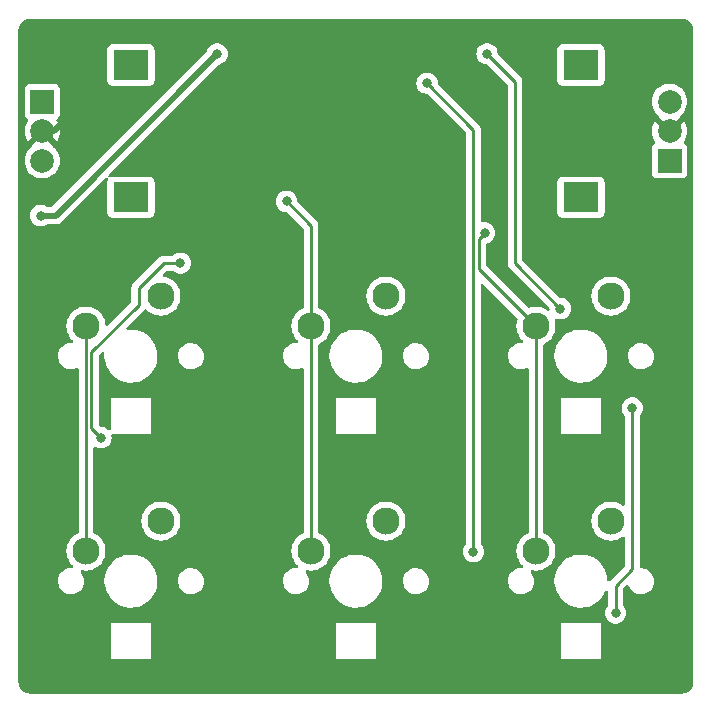
<source format=gbr>
%TF.GenerationSoftware,KiCad,Pcbnew,7.0.7*%
%TF.CreationDate,2023-09-20T23:35:26+09:00*%
%TF.ProjectId,Proto6,50726f74-6f36-42e6-9b69-6361645f7063,rev?*%
%TF.SameCoordinates,Original*%
%TF.FileFunction,Copper,L1,Top*%
%TF.FilePolarity,Positive*%
%FSLAX46Y46*%
G04 Gerber Fmt 4.6, Leading zero omitted, Abs format (unit mm)*
G04 Created by KiCad (PCBNEW 7.0.7) date 2023-09-20 23:35:26*
%MOMM*%
%LPD*%
G01*
G04 APERTURE LIST*
%TA.AperFunction,ComponentPad*%
%ADD10R,2.000000X2.000000*%
%TD*%
%TA.AperFunction,ComponentPad*%
%ADD11C,2.000000*%
%TD*%
%TA.AperFunction,ComponentPad*%
%ADD12R,3.000000X2.500000*%
%TD*%
%TA.AperFunction,ComponentPad*%
%ADD13C,2.300000*%
%TD*%
%TA.AperFunction,ViaPad*%
%ADD14C,0.800000*%
%TD*%
%TA.AperFunction,Conductor*%
%ADD15C,0.250000*%
%TD*%
%TA.AperFunction,Conductor*%
%ADD16C,0.500000*%
%TD*%
G04 APERTURE END LIST*
D10*
%TO.P,RE1,A,A*%
%TO.N,RE1_A*%
X49650000Y-54650000D03*
D11*
%TO.P,RE1,B,B*%
%TO.N,RE1_B*%
X49650000Y-59650000D03*
%TO.P,RE1,C,C*%
%TO.N,GND*%
X49650000Y-57150000D03*
D12*
%TO.P,RE1,MP*%
%TO.N,N/C*%
X57150000Y-51550000D03*
X57150000Y-62750000D03*
%TD*%
D13*
%TO.P,SW5,1,1*%
%TO.N,col1*%
X72390000Y-92710000D03*
%TO.P,SW5,2,2*%
%TO.N,Net-(D5-A)*%
X78740000Y-90170000D03*
%TD*%
%TO.P,SW6,1,1*%
%TO.N,col2*%
X91440000Y-92710000D03*
%TO.P,SW6,2,2*%
%TO.N,Net-(D6-A)*%
X97790000Y-90170000D03*
%TD*%
%TO.P,SW4,1,1*%
%TO.N,col0*%
X53340000Y-92710000D03*
%TO.P,SW4,2,2*%
%TO.N,Net-(D4-A)*%
X59690000Y-90170000D03*
%TD*%
%TO.P,SW1,1,1*%
%TO.N,col0*%
X53340000Y-73660000D03*
%TO.P,SW1,2,2*%
%TO.N,Net-(D1-A)*%
X59690000Y-71120000D03*
%TD*%
%TO.P,SW2,1,1*%
%TO.N,col1*%
X72390000Y-73660000D03*
%TO.P,SW2,2,2*%
%TO.N,Net-(D2-A)*%
X78740000Y-71120000D03*
%TD*%
D10*
%TO.P,RE2,A,A*%
%TO.N,RE2_A*%
X102750000Y-59650000D03*
D11*
%TO.P,RE2,B,B*%
%TO.N,RE2_B*%
X102750000Y-54650000D03*
%TO.P,RE2,C,C*%
%TO.N,GND*%
X102750000Y-57150000D03*
D12*
%TO.P,RE2,MP*%
%TO.N,N/C*%
X95250000Y-62750000D03*
X95250000Y-51550000D03*
%TD*%
D13*
%TO.P,SW3,1,1*%
%TO.N,col2*%
X91440000Y-73660000D03*
%TO.P,SW3,2,2*%
%TO.N,Net-(D3-A)*%
X97790000Y-71120000D03*
%TD*%
D14*
%TO.N,row0*%
X93515000Y-72185000D03*
X87295000Y-50605000D03*
%TO.N,row1*%
X82225000Y-53105000D03*
X86150000Y-92770000D03*
%TO.N,+5V*%
X49495000Y-64305000D03*
X64445000Y-50625000D03*
%TO.N,LED*%
X54615000Y-83105000D03*
X61345000Y-68335000D03*
%TO.N,GND*%
X53205000Y-54585000D03*
X67845000Y-79530000D03*
X67885000Y-102545000D03*
%TO.N,Net-(LED3-DOUT)*%
X99595000Y-80585000D03*
X98185000Y-97965000D03*
%TO.N,col1*%
X70335000Y-63105000D03*
%TO.N,col2*%
X87095000Y-65770000D03*
%TD*%
D15*
%TO.N,row0*%
X89665000Y-68335000D02*
X93515000Y-72185000D01*
X87295000Y-50605000D02*
X89665000Y-52975000D01*
X89665000Y-52975000D02*
X89665000Y-68335000D01*
%TO.N,row1*%
X82225000Y-53105000D02*
X86150000Y-57030000D01*
X86150000Y-57030000D02*
X86150000Y-92770000D01*
D16*
%TO.N,+5V*%
X50765000Y-64305000D02*
X49495000Y-64305000D01*
X64445000Y-50625000D02*
X50765000Y-64305000D01*
D15*
%TO.N,LED*%
X57805000Y-70455000D02*
X57805000Y-71875000D01*
X53790000Y-82280000D02*
X54615000Y-83105000D01*
X57805000Y-71875000D02*
X53790000Y-75890000D01*
X61345000Y-68335000D02*
X59925000Y-68335000D01*
X53790000Y-75890000D02*
X53790000Y-82280000D01*
X59925000Y-68335000D02*
X57805000Y-70455000D01*
D16*
%TO.N,GND*%
X53205000Y-54585000D02*
X50640000Y-57150000D01*
X67905000Y-79590000D02*
X67845000Y-79530000D01*
X67885000Y-102545000D02*
X67905000Y-102525000D01*
X67905000Y-102525000D02*
X67905000Y-79590000D01*
X50640000Y-57150000D02*
X49650000Y-57150000D01*
D15*
%TO.N,Net-(LED3-DOUT)*%
X99595000Y-94251316D02*
X98185000Y-95661316D01*
X99595000Y-80585000D02*
X99595000Y-94251316D01*
X98185000Y-95661316D02*
X98185000Y-97965000D01*
%TO.N,col0*%
X53340000Y-73660000D02*
X53340000Y-92710000D01*
%TO.N,col1*%
X70335000Y-63105000D02*
X72390000Y-65160000D01*
X72390000Y-73660000D02*
X72390000Y-92710000D01*
X72390000Y-65160000D02*
X72390000Y-73660000D01*
%TO.N,col2*%
X86600000Y-68820000D02*
X91440000Y-73660000D01*
X87095000Y-65770000D02*
X86600000Y-66265000D01*
X91440000Y-73660000D02*
X91440000Y-92710000D01*
X86600000Y-66265000D02*
X86600000Y-68820000D01*
%TD*%
%TA.AperFunction,Conductor*%
%TO.N,GND*%
G36*
X103777695Y-47625735D02*
G01*
X103820519Y-47629482D01*
X103946771Y-47641918D01*
X103966685Y-47645541D01*
X104033349Y-47663403D01*
X104126570Y-47691682D01*
X104142971Y-47697958D01*
X104210411Y-47729406D01*
X104213375Y-47730888D01*
X104250969Y-47750982D01*
X104297327Y-47775762D01*
X104303667Y-47779657D01*
X104369828Y-47825983D01*
X104373600Y-47828844D01*
X104445808Y-47888103D01*
X104450309Y-47892182D01*
X104507815Y-47949688D01*
X104511895Y-47954190D01*
X104571154Y-48026398D01*
X104574015Y-48030170D01*
X104620341Y-48096331D01*
X104624236Y-48102671D01*
X104669101Y-48186605D01*
X104670614Y-48189631D01*
X104702040Y-48257027D01*
X104708319Y-48273435D01*
X104736601Y-48366669D01*
X104754454Y-48433299D01*
X104758082Y-48453238D01*
X104770523Y-48579554D01*
X104774264Y-48622302D01*
X104774500Y-48627710D01*
X104774500Y-103772289D01*
X104774264Y-103777697D01*
X104770523Y-103820445D01*
X104758082Y-103946760D01*
X104754454Y-103966699D01*
X104736601Y-104033330D01*
X104708318Y-104126563D01*
X104702040Y-104142971D01*
X104670614Y-104210367D01*
X104669101Y-104213393D01*
X104624236Y-104297327D01*
X104620341Y-104303667D01*
X104574015Y-104369828D01*
X104571154Y-104373600D01*
X104511895Y-104445808D01*
X104507806Y-104450320D01*
X104450320Y-104507806D01*
X104445808Y-104511895D01*
X104373600Y-104571154D01*
X104369828Y-104574015D01*
X104303667Y-104620341D01*
X104297327Y-104624236D01*
X104213393Y-104669101D01*
X104210367Y-104670614D01*
X104142971Y-104702040D01*
X104126563Y-104708318D01*
X104033330Y-104736601D01*
X103966699Y-104754454D01*
X103946760Y-104758082D01*
X103820445Y-104770523D01*
X103779789Y-104774080D01*
X103777696Y-104774264D01*
X103772290Y-104774500D01*
X48627710Y-104774500D01*
X48622303Y-104774264D01*
X48620015Y-104774063D01*
X48579554Y-104770523D01*
X48453238Y-104758082D01*
X48433299Y-104754454D01*
X48366669Y-104736601D01*
X48273435Y-104708319D01*
X48257027Y-104702040D01*
X48208433Y-104679381D01*
X48189618Y-104670607D01*
X48186605Y-104669101D01*
X48102671Y-104624236D01*
X48096331Y-104620341D01*
X48030170Y-104574015D01*
X48026398Y-104571154D01*
X47954190Y-104511895D01*
X47949688Y-104507815D01*
X47892182Y-104450309D01*
X47888103Y-104445808D01*
X47828844Y-104373600D01*
X47825983Y-104369828D01*
X47779657Y-104303667D01*
X47775762Y-104297327D01*
X47750982Y-104250969D01*
X47730888Y-104213375D01*
X47729406Y-104210411D01*
X47697958Y-104142971D01*
X47691682Y-104126570D01*
X47663398Y-104033330D01*
X47645541Y-103966685D01*
X47641918Y-103946771D01*
X47629475Y-103820435D01*
X47625733Y-103777671D01*
X47625500Y-103772315D01*
X47625500Y-101805889D01*
X55449416Y-101805889D01*
X55449459Y-101830001D01*
X55449500Y-101830099D01*
X55449616Y-101830382D01*
X55449618Y-101830384D01*
X55449808Y-101830462D01*
X55450000Y-101830541D01*
X55450002Y-101830539D01*
X55474616Y-101830524D01*
X55474616Y-101830528D01*
X55474760Y-101830500D01*
X58825240Y-101830500D01*
X58825383Y-101830528D01*
X58825384Y-101830524D01*
X58849997Y-101830539D01*
X58850000Y-101830541D01*
X58850383Y-101830383D01*
X58850500Y-101830099D01*
X58850541Y-101830000D01*
X58850540Y-101829997D01*
X58850583Y-101805889D01*
X74499416Y-101805889D01*
X74499459Y-101830001D01*
X74499500Y-101830099D01*
X74499616Y-101830382D01*
X74499618Y-101830384D01*
X74499808Y-101830462D01*
X74500000Y-101830541D01*
X74500002Y-101830539D01*
X74524616Y-101830524D01*
X74524616Y-101830528D01*
X74524760Y-101830500D01*
X77875240Y-101830500D01*
X77875383Y-101830528D01*
X77875384Y-101830524D01*
X77899997Y-101830539D01*
X77900000Y-101830541D01*
X77900383Y-101830383D01*
X77900500Y-101830099D01*
X77900541Y-101830000D01*
X77900540Y-101829997D01*
X77900583Y-101805889D01*
X93549416Y-101805889D01*
X93549459Y-101830001D01*
X93549500Y-101830099D01*
X93549616Y-101830382D01*
X93549618Y-101830384D01*
X93549808Y-101830462D01*
X93550000Y-101830541D01*
X93550002Y-101830539D01*
X93574616Y-101830524D01*
X93574616Y-101830528D01*
X93574760Y-101830500D01*
X96925240Y-101830500D01*
X96925383Y-101830528D01*
X96925384Y-101830524D01*
X96949997Y-101830539D01*
X96950000Y-101830541D01*
X96950383Y-101830383D01*
X96950500Y-101830099D01*
X96950541Y-101830000D01*
X96950540Y-101829997D01*
X96950583Y-101805889D01*
X96950500Y-101805467D01*
X96950500Y-98854759D01*
X96950528Y-98854616D01*
X96950524Y-98854616D01*
X96950539Y-98830002D01*
X96950541Y-98830000D01*
X96950462Y-98829808D01*
X96950384Y-98829618D01*
X96950382Y-98829616D01*
X96950099Y-98829500D01*
X96950000Y-98829459D01*
X96925446Y-98829459D01*
X96925240Y-98829500D01*
X93574760Y-98829500D01*
X93574554Y-98829459D01*
X93550000Y-98829459D01*
X93549901Y-98829500D01*
X93549617Y-98829616D01*
X93549615Y-98829618D01*
X93549459Y-98829999D01*
X93549476Y-98854616D01*
X93549471Y-98854616D01*
X93549500Y-98854759D01*
X93549500Y-101805467D01*
X93549416Y-101805889D01*
X77900583Y-101805889D01*
X77900500Y-101805467D01*
X77900500Y-98854759D01*
X77900528Y-98854616D01*
X77900524Y-98854616D01*
X77900539Y-98830002D01*
X77900541Y-98830000D01*
X77900462Y-98829808D01*
X77900384Y-98829618D01*
X77900382Y-98829616D01*
X77900099Y-98829500D01*
X77900000Y-98829459D01*
X77875446Y-98829459D01*
X77875240Y-98829500D01*
X74524760Y-98829500D01*
X74524554Y-98829459D01*
X74500000Y-98829459D01*
X74499901Y-98829500D01*
X74499617Y-98829616D01*
X74499615Y-98829618D01*
X74499459Y-98829999D01*
X74499476Y-98854616D01*
X74499471Y-98854616D01*
X74499500Y-98854759D01*
X74499500Y-101805467D01*
X74499416Y-101805889D01*
X58850583Y-101805889D01*
X58850500Y-101805467D01*
X58850500Y-98854759D01*
X58850528Y-98854616D01*
X58850524Y-98854616D01*
X58850539Y-98830002D01*
X58850541Y-98830000D01*
X58850462Y-98829808D01*
X58850384Y-98829618D01*
X58850382Y-98829616D01*
X58850099Y-98829500D01*
X58850000Y-98829459D01*
X58825446Y-98829459D01*
X58825240Y-98829500D01*
X55474760Y-98829500D01*
X55474554Y-98829459D01*
X55450000Y-98829459D01*
X55449901Y-98829500D01*
X55449617Y-98829616D01*
X55449615Y-98829618D01*
X55449459Y-98829999D01*
X55449476Y-98854616D01*
X55449471Y-98854616D01*
X55449500Y-98854759D01*
X55449500Y-101805467D01*
X55449416Y-101805889D01*
X47625500Y-101805889D01*
X47625500Y-95197355D01*
X50964843Y-95197355D01*
X50974852Y-95407459D01*
X51024442Y-95611871D01*
X51069082Y-95709619D01*
X51111820Y-95803204D01*
X51111824Y-95803210D01*
X51233826Y-95974539D01*
X51233831Y-95974544D01*
X51386063Y-96119697D01*
X51563014Y-96233416D01*
X51758288Y-96311593D01*
X51887084Y-96336416D01*
X51964828Y-96351400D01*
X51964829Y-96351400D01*
X52122461Y-96351400D01*
X52122468Y-96351400D01*
X52279389Y-96336416D01*
X52481211Y-96277156D01*
X52668170Y-96180771D01*
X52833510Y-96050747D01*
X52971255Y-95891781D01*
X53076426Y-95709619D01*
X53145222Y-95510846D01*
X53171919Y-95325167D01*
X54901833Y-95325167D01*
X54931910Y-95624142D01*
X54931911Y-95624149D01*
X55001568Y-95916441D01*
X55001571Y-95916453D01*
X55109566Y-96196853D01*
X55109573Y-96196868D01*
X55253979Y-96460375D01*
X55253983Y-96460381D01*
X55345296Y-96584312D01*
X55432223Y-96702290D01*
X55641121Y-96918289D01*
X55876946Y-97104518D01*
X56135487Y-97257652D01*
X56412133Y-97374960D01*
X56412136Y-97374960D01*
X56412139Y-97374962D01*
X56557039Y-97414654D01*
X56701946Y-97454348D01*
X56999755Y-97494400D01*
X56999760Y-97494400D01*
X57225041Y-97494400D01*
X57388513Y-97483456D01*
X57449819Y-97479352D01*
X57744287Y-97419499D01*
X58028151Y-97320931D01*
X58296343Y-97185407D01*
X58544080Y-97015346D01*
X58766939Y-96813782D01*
X58960943Y-96584312D01*
X59122631Y-96331032D01*
X59249118Y-96058460D01*
X59338146Y-95771462D01*
X59388126Y-95475158D01*
X59397414Y-95197355D01*
X61124843Y-95197355D01*
X61134852Y-95407459D01*
X61184442Y-95611871D01*
X61229082Y-95709619D01*
X61271820Y-95803204D01*
X61271824Y-95803210D01*
X61393826Y-95974539D01*
X61393831Y-95974544D01*
X61546063Y-96119697D01*
X61723014Y-96233416D01*
X61918288Y-96311593D01*
X62047084Y-96336416D01*
X62124828Y-96351400D01*
X62124829Y-96351400D01*
X62282461Y-96351400D01*
X62282468Y-96351400D01*
X62439389Y-96336416D01*
X62641211Y-96277156D01*
X62828170Y-96180771D01*
X62993510Y-96050747D01*
X63131255Y-95891781D01*
X63236426Y-95709619D01*
X63305222Y-95510846D01*
X63335157Y-95302645D01*
X63325148Y-95092541D01*
X63275558Y-94888129D01*
X63188179Y-94696795D01*
X63125109Y-94608225D01*
X63066173Y-94525460D01*
X63066167Y-94525454D01*
X62913939Y-94380305D01*
X62913937Y-94380303D01*
X62736986Y-94266584D01*
X62736984Y-94266583D01*
X62541721Y-94188410D01*
X62541714Y-94188407D01*
X62541712Y-94188407D01*
X62541709Y-94188406D01*
X62541708Y-94188406D01*
X62335172Y-94148600D01*
X62335171Y-94148600D01*
X62177532Y-94148600D01*
X62020611Y-94163584D01*
X62020607Y-94163585D01*
X61818791Y-94222843D01*
X61631831Y-94319228D01*
X61466490Y-94449252D01*
X61466489Y-94449253D01*
X61328749Y-94608214D01*
X61328740Y-94608225D01*
X61223574Y-94790379D01*
X61154779Y-94989148D01*
X61154778Y-94989153D01*
X61154778Y-94989154D01*
X61124843Y-95197355D01*
X59397414Y-95197355D01*
X59398167Y-95174836D01*
X59368089Y-94875855D01*
X59298430Y-94583551D01*
X59190431Y-94303140D01*
X59046021Y-94039625D01*
X59011096Y-93992225D01*
X58928916Y-93880689D01*
X58867777Y-93797710D01*
X58658879Y-93581711D01*
X58658872Y-93581705D01*
X58423055Y-93395483D01*
X58423056Y-93395483D01*
X58423054Y-93395482D01*
X58164513Y-93242348D01*
X57887867Y-93125040D01*
X57887860Y-93125037D01*
X57598059Y-93045653D01*
X57598056Y-93045652D01*
X57598054Y-93045652D01*
X57300245Y-93005600D01*
X57074967Y-93005600D01*
X57074959Y-93005600D01*
X56850183Y-93020647D01*
X56850174Y-93020649D01*
X56555710Y-93080501D01*
X56271847Y-93179069D01*
X56271844Y-93179071D01*
X56003662Y-93314589D01*
X55755918Y-93484655D01*
X55533062Y-93686216D01*
X55339058Y-93915686D01*
X55339056Y-93915688D01*
X55177366Y-94168972D01*
X55050886Y-94441531D01*
X55050882Y-94441540D01*
X55017771Y-94548276D01*
X54961854Y-94728535D01*
X54934934Y-94888129D01*
X54911874Y-95024842D01*
X54904360Y-95249599D01*
X54901833Y-95325167D01*
X53171919Y-95325167D01*
X53175157Y-95302645D01*
X53165148Y-95092541D01*
X53115558Y-94888129D01*
X53028179Y-94696795D01*
X52965109Y-94608225D01*
X52907449Y-94527253D01*
X52884596Y-94461226D01*
X52901069Y-94393326D01*
X52951636Y-94345110D01*
X53020243Y-94331887D01*
X53037387Y-94334749D01*
X53081006Y-94345221D01*
X53340000Y-94365604D01*
X53598994Y-94345221D01*
X53851610Y-94284573D01*
X54091628Y-94185154D01*
X54313140Y-94049412D01*
X54510689Y-93880689D01*
X54679412Y-93683140D01*
X54815154Y-93461628D01*
X54914573Y-93221610D01*
X54975221Y-92968994D01*
X54995604Y-92710000D01*
X54975221Y-92451006D01*
X54914573Y-92198390D01*
X54815154Y-91958372D01*
X54679412Y-91736860D01*
X54510689Y-91539311D01*
X54313140Y-91370588D01*
X54091628Y-91234846D01*
X54091626Y-91234845D01*
X54042045Y-91214307D01*
X53987642Y-91170465D01*
X53965579Y-91104170D01*
X53965500Y-91099747D01*
X53965500Y-90170000D01*
X58034396Y-90170000D01*
X58054778Y-90428990D01*
X58115427Y-90681610D01*
X58214843Y-90921623D01*
X58214845Y-90921627D01*
X58214846Y-90921628D01*
X58350588Y-91143140D01*
X58519311Y-91340689D01*
X58716860Y-91509412D01*
X58938372Y-91645154D01*
X58938374Y-91645154D01*
X58938376Y-91645156D01*
X58999693Y-91670554D01*
X59178390Y-91744573D01*
X59431006Y-91805221D01*
X59690000Y-91825604D01*
X59948994Y-91805221D01*
X60201610Y-91744573D01*
X60441628Y-91645154D01*
X60663140Y-91509412D01*
X60860689Y-91340689D01*
X61029412Y-91143140D01*
X61165154Y-90921628D01*
X61264573Y-90681610D01*
X61325221Y-90428994D01*
X61345604Y-90170000D01*
X61325221Y-89911006D01*
X61264573Y-89658390D01*
X61165154Y-89418372D01*
X61029412Y-89196860D01*
X60860689Y-88999311D01*
X60663140Y-88830588D01*
X60441628Y-88694846D01*
X60441627Y-88694845D01*
X60441623Y-88694843D01*
X60275627Y-88626086D01*
X60201610Y-88595427D01*
X60201611Y-88595427D01*
X60063921Y-88562370D01*
X59948994Y-88534779D01*
X59948992Y-88534778D01*
X59948991Y-88534778D01*
X59714189Y-88516299D01*
X59690000Y-88514396D01*
X59689999Y-88514396D01*
X59431009Y-88534778D01*
X59178389Y-88595427D01*
X58938376Y-88694843D01*
X58716859Y-88830588D01*
X58519311Y-88999311D01*
X58350588Y-89196859D01*
X58214843Y-89418376D01*
X58115427Y-89658389D01*
X58054778Y-89911009D01*
X58034396Y-90170000D01*
X53965500Y-90170000D01*
X53965500Y-83989553D01*
X53985185Y-83922514D01*
X54037989Y-83876759D01*
X54107147Y-83866815D01*
X54156167Y-83886711D01*
X54156637Y-83885899D01*
X54162270Y-83889151D01*
X54335192Y-83966142D01*
X54335197Y-83966144D01*
X54520354Y-84005500D01*
X54520355Y-84005500D01*
X54709644Y-84005500D01*
X54709646Y-84005500D01*
X54894803Y-83966144D01*
X55067730Y-83889151D01*
X55220871Y-83777888D01*
X55347533Y-83637216D01*
X55442179Y-83473284D01*
X55500674Y-83293256D01*
X55520460Y-83105000D01*
X55500749Y-82917459D01*
X55513319Y-82848731D01*
X55561051Y-82797708D01*
X55624070Y-82780500D01*
X58825240Y-82780500D01*
X58825383Y-82780528D01*
X58825384Y-82780524D01*
X58849997Y-82780539D01*
X58850000Y-82780541D01*
X58850383Y-82780383D01*
X58850500Y-82780099D01*
X58850541Y-82780000D01*
X58850540Y-82779997D01*
X58850583Y-82755889D01*
X58850500Y-82755467D01*
X58850500Y-79804759D01*
X58850528Y-79804616D01*
X58850524Y-79804616D01*
X58850539Y-79780002D01*
X58850541Y-79780000D01*
X58850462Y-79779808D01*
X58850384Y-79779618D01*
X58850382Y-79779616D01*
X58850099Y-79779500D01*
X58850000Y-79779459D01*
X58825446Y-79779459D01*
X58825240Y-79779500D01*
X55474760Y-79779500D01*
X55474554Y-79779459D01*
X55450000Y-79779459D01*
X55449901Y-79779500D01*
X55449617Y-79779616D01*
X55449615Y-79779618D01*
X55449459Y-79779999D01*
X55449476Y-79804616D01*
X55449471Y-79804616D01*
X55449500Y-79804759D01*
X55449500Y-82362999D01*
X55429815Y-82430038D01*
X55377011Y-82475793D01*
X55307853Y-82485737D01*
X55244297Y-82456712D01*
X55233351Y-82445972D01*
X55220871Y-82432112D01*
X55220870Y-82432111D01*
X55067734Y-82320851D01*
X55067729Y-82320848D01*
X54894807Y-82243857D01*
X54894802Y-82243855D01*
X54749001Y-82212865D01*
X54709646Y-82204500D01*
X54709645Y-82204500D01*
X54650453Y-82204500D01*
X54583414Y-82184815D01*
X54562772Y-82168181D01*
X54451818Y-82057227D01*
X54418333Y-81995904D01*
X54415499Y-81969546D01*
X54415499Y-79684500D01*
X54415499Y-76200447D01*
X54435184Y-76133412D01*
X54451809Y-76112779D01*
X54702706Y-75861883D01*
X54764028Y-75828399D01*
X54833720Y-75833383D01*
X54889653Y-75875255D01*
X54914070Y-75940719D01*
X54912659Y-75970186D01*
X54911874Y-75974836D01*
X54901833Y-76275167D01*
X54931910Y-76574142D01*
X54931911Y-76574149D01*
X55001568Y-76866441D01*
X55001571Y-76866453D01*
X55109566Y-77146853D01*
X55109573Y-77146868D01*
X55253979Y-77410375D01*
X55253983Y-77410381D01*
X55345296Y-77534312D01*
X55432223Y-77652290D01*
X55641121Y-77868289D01*
X55876946Y-78054518D01*
X56135487Y-78207652D01*
X56412133Y-78324960D01*
X56412136Y-78324960D01*
X56412139Y-78324962D01*
X56557039Y-78364654D01*
X56701946Y-78404348D01*
X56999755Y-78444400D01*
X56999760Y-78444400D01*
X57225041Y-78444400D01*
X57388513Y-78433456D01*
X57449819Y-78429352D01*
X57744287Y-78369499D01*
X58028151Y-78270931D01*
X58296343Y-78135407D01*
X58544080Y-77965346D01*
X58766939Y-77763782D01*
X58960943Y-77534312D01*
X59122631Y-77281032D01*
X59249118Y-77008460D01*
X59338146Y-76721462D01*
X59388126Y-76425158D01*
X59397414Y-76147355D01*
X61124843Y-76147355D01*
X61134852Y-76357459D01*
X61184442Y-76561871D01*
X61229082Y-76659619D01*
X61271820Y-76753204D01*
X61271824Y-76753210D01*
X61393826Y-76924539D01*
X61393831Y-76924544D01*
X61546063Y-77069697D01*
X61723014Y-77183416D01*
X61918288Y-77261593D01*
X62047084Y-77286416D01*
X62124828Y-77301400D01*
X62124829Y-77301400D01*
X62282461Y-77301400D01*
X62282468Y-77301400D01*
X62439389Y-77286416D01*
X62641211Y-77227156D01*
X62828170Y-77130771D01*
X62993510Y-77000747D01*
X63131255Y-76841781D01*
X63236426Y-76659619D01*
X63305222Y-76460846D01*
X63335157Y-76252645D01*
X63325148Y-76042541D01*
X63275558Y-75838129D01*
X63188179Y-75646795D01*
X63188175Y-75646789D01*
X63066173Y-75475460D01*
X63066167Y-75475454D01*
X62913939Y-75330305D01*
X62913937Y-75330303D01*
X62736986Y-75216584D01*
X62736984Y-75216583D01*
X62541721Y-75138410D01*
X62541714Y-75138407D01*
X62541712Y-75138407D01*
X62541709Y-75138406D01*
X62541708Y-75138406D01*
X62335172Y-75098600D01*
X62335171Y-75098600D01*
X62177532Y-75098600D01*
X62020610Y-75113584D01*
X62020611Y-75113584D01*
X62020607Y-75113585D01*
X61818791Y-75172843D01*
X61631831Y-75269228D01*
X61466490Y-75399252D01*
X61466489Y-75399253D01*
X61328749Y-75558214D01*
X61328740Y-75558225D01*
X61223574Y-75740379D01*
X61154779Y-75939148D01*
X61154778Y-75939153D01*
X61154778Y-75939154D01*
X61124843Y-76147355D01*
X59397414Y-76147355D01*
X59398167Y-76124836D01*
X59368089Y-75825855D01*
X59298430Y-75533551D01*
X59190431Y-75253140D01*
X59046021Y-74989625D01*
X58867777Y-74747710D01*
X58658879Y-74531711D01*
X58658872Y-74531705D01*
X58423055Y-74345483D01*
X58423056Y-74345483D01*
X58423054Y-74345482D01*
X58164513Y-74192348D01*
X57887867Y-74075040D01*
X57887860Y-74075037D01*
X57598059Y-73995653D01*
X57598056Y-73995652D01*
X57598054Y-73995652D01*
X57300245Y-73955600D01*
X57074967Y-73955600D01*
X57074959Y-73955600D01*
X56904977Y-73966979D01*
X56836773Y-73951816D01*
X56787593Y-73902186D01*
X56773053Y-73833846D01*
X56797768Y-73768494D01*
X56809007Y-73755582D01*
X58188788Y-72375801D01*
X58201042Y-72365986D01*
X58200859Y-72365764D01*
X58206866Y-72360792D01*
X58206877Y-72360786D01*
X58237775Y-72327882D01*
X58254227Y-72310364D01*
X58264671Y-72299918D01*
X58275120Y-72289471D01*
X58279379Y-72283978D01*
X58283151Y-72279562D01*
X58307083Y-72254078D01*
X58367324Y-72218686D01*
X58437138Y-72221480D01*
X58491761Y-72258432D01*
X58519311Y-72290689D01*
X58716860Y-72459412D01*
X58938372Y-72595154D01*
X58938374Y-72595154D01*
X58938376Y-72595156D01*
X58999693Y-72620554D01*
X59178390Y-72694573D01*
X59431006Y-72755221D01*
X59690000Y-72775604D01*
X59948994Y-72755221D01*
X60201610Y-72694573D01*
X60441628Y-72595154D01*
X60663140Y-72459412D01*
X60860689Y-72290689D01*
X61029412Y-72093140D01*
X61165154Y-71871628D01*
X61264573Y-71631610D01*
X61325221Y-71378994D01*
X61345604Y-71120000D01*
X61325221Y-70861006D01*
X61264573Y-70608390D01*
X61192834Y-70435197D01*
X61165156Y-70368376D01*
X61138653Y-70325127D01*
X61029412Y-70146860D01*
X60860689Y-69949311D01*
X60663140Y-69780588D01*
X60441628Y-69644846D01*
X60441627Y-69644845D01*
X60441623Y-69644843D01*
X60275627Y-69576086D01*
X60201610Y-69545427D01*
X60201611Y-69545427D01*
X60063921Y-69512370D01*
X59948994Y-69484779D01*
X59948992Y-69484778D01*
X59948989Y-69484778D01*
X59944173Y-69484015D01*
X59944335Y-69482987D01*
X59883755Y-69459889D01*
X59842291Y-69403653D01*
X59837814Y-69333927D01*
X59871101Y-69273488D01*
X60147773Y-68996816D01*
X60209094Y-68963334D01*
X60235452Y-68960500D01*
X60641252Y-68960500D01*
X60708291Y-68980185D01*
X60733400Y-69001526D01*
X60739126Y-69007885D01*
X60739130Y-69007889D01*
X60892265Y-69119148D01*
X60892270Y-69119151D01*
X61065192Y-69196142D01*
X61065197Y-69196144D01*
X61250354Y-69235500D01*
X61250355Y-69235500D01*
X61439644Y-69235500D01*
X61439646Y-69235500D01*
X61624803Y-69196144D01*
X61797730Y-69119151D01*
X61950871Y-69007888D01*
X62077533Y-68867216D01*
X62172179Y-68703284D01*
X62230674Y-68523256D01*
X62250460Y-68335000D01*
X62230674Y-68146744D01*
X62172179Y-67966716D01*
X62077533Y-67802784D01*
X61950871Y-67662112D01*
X61950870Y-67662111D01*
X61797734Y-67550851D01*
X61797729Y-67550848D01*
X61624807Y-67473857D01*
X61624802Y-67473855D01*
X61479001Y-67442865D01*
X61439646Y-67434500D01*
X61250354Y-67434500D01*
X61217897Y-67441398D01*
X61065197Y-67473855D01*
X61065192Y-67473857D01*
X60892270Y-67550848D01*
X60892265Y-67550851D01*
X60739130Y-67662110D01*
X60739126Y-67662114D01*
X60733400Y-67668474D01*
X60673913Y-67705121D01*
X60641252Y-67709500D01*
X60007743Y-67709500D01*
X59992122Y-67707775D01*
X59992095Y-67708061D01*
X59984333Y-67707326D01*
X59915172Y-67709500D01*
X59885649Y-67709500D01*
X59878778Y-67710367D01*
X59872959Y-67710825D01*
X59826374Y-67712289D01*
X59826368Y-67712290D01*
X59807126Y-67717880D01*
X59788087Y-67721823D01*
X59768217Y-67724334D01*
X59768203Y-67724337D01*
X59724883Y-67741488D01*
X59719358Y-67743380D01*
X59674613Y-67756380D01*
X59674610Y-67756381D01*
X59657366Y-67766579D01*
X59639905Y-67775133D01*
X59621274Y-67782510D01*
X59621262Y-67782517D01*
X59583570Y-67809902D01*
X59578687Y-67813109D01*
X59538580Y-67836829D01*
X59524414Y-67850995D01*
X59509624Y-67863627D01*
X59493414Y-67875404D01*
X59493411Y-67875407D01*
X59463710Y-67911309D01*
X59459777Y-67915631D01*
X57421208Y-69954199D01*
X57408951Y-69964020D01*
X57409134Y-69964241D01*
X57403123Y-69969213D01*
X57355772Y-70019636D01*
X57334889Y-70040519D01*
X57334877Y-70040532D01*
X57330621Y-70046017D01*
X57326837Y-70050447D01*
X57294937Y-70084418D01*
X57294936Y-70084420D01*
X57285284Y-70101976D01*
X57274610Y-70118226D01*
X57262329Y-70134061D01*
X57262324Y-70134068D01*
X57243815Y-70176838D01*
X57241245Y-70182084D01*
X57218803Y-70222906D01*
X57213822Y-70242307D01*
X57207521Y-70260710D01*
X57199562Y-70279102D01*
X57199561Y-70279105D01*
X57192271Y-70325127D01*
X57191087Y-70330846D01*
X57179501Y-70375972D01*
X57179500Y-70375982D01*
X57179500Y-70396016D01*
X57177973Y-70415415D01*
X57174840Y-70435194D01*
X57174839Y-70435197D01*
X57179224Y-70481585D01*
X57179499Y-70487421D01*
X57179500Y-71564546D01*
X57159816Y-71631585D01*
X57143181Y-71652227D01*
X55195999Y-73599408D01*
X55134676Y-73632893D01*
X55064984Y-73627909D01*
X55009051Y-73586037D01*
X54984700Y-73521455D01*
X54975221Y-73401009D01*
X54975221Y-73401006D01*
X54914573Y-73148390D01*
X54815154Y-72908372D01*
X54679412Y-72686860D01*
X54510689Y-72489311D01*
X54313140Y-72320588D01*
X54091628Y-72184846D01*
X54091627Y-72184845D01*
X54091623Y-72184843D01*
X53919222Y-72113433D01*
X53851610Y-72085427D01*
X53851611Y-72085427D01*
X53702993Y-72049747D01*
X53598994Y-72024779D01*
X53598992Y-72024778D01*
X53598991Y-72024778D01*
X53364189Y-72006299D01*
X53340000Y-72004396D01*
X53339999Y-72004396D01*
X53081009Y-72024778D01*
X52828389Y-72085427D01*
X52588376Y-72184843D01*
X52366859Y-72320588D01*
X52169311Y-72489311D01*
X52000588Y-72686859D01*
X51864843Y-72908376D01*
X51765427Y-73148389D01*
X51704778Y-73401009D01*
X51684396Y-73660000D01*
X51704778Y-73918990D01*
X51765427Y-74171610D01*
X51864843Y-74411623D01*
X51864845Y-74411627D01*
X51864846Y-74411628D01*
X52000588Y-74633140D01*
X52169311Y-74830689D01*
X52210290Y-74865688D01*
X52227410Y-74880310D01*
X52265603Y-74938817D01*
X52266101Y-75008685D01*
X52228748Y-75067731D01*
X52165401Y-75097209D01*
X52146878Y-75098600D01*
X52017532Y-75098600D01*
X51860610Y-75113584D01*
X51860611Y-75113584D01*
X51860607Y-75113585D01*
X51658791Y-75172843D01*
X51471831Y-75269228D01*
X51306490Y-75399252D01*
X51306489Y-75399253D01*
X51168749Y-75558214D01*
X51168740Y-75558225D01*
X51063574Y-75740379D01*
X50994779Y-75939148D01*
X50994778Y-75939153D01*
X50994778Y-75939154D01*
X50964843Y-76147355D01*
X50974852Y-76357459D01*
X51024442Y-76561871D01*
X51069082Y-76659619D01*
X51111820Y-76753204D01*
X51111824Y-76753210D01*
X51233826Y-76924539D01*
X51233831Y-76924544D01*
X51386063Y-77069697D01*
X51563014Y-77183416D01*
X51758288Y-77261593D01*
X51887084Y-77286416D01*
X51964828Y-77301400D01*
X51964829Y-77301400D01*
X52122461Y-77301400D01*
X52122468Y-77301400D01*
X52279389Y-77286416D01*
X52481211Y-77227156D01*
X52533680Y-77200105D01*
X52602286Y-77186882D01*
X52667151Y-77212850D01*
X52707680Y-77269763D01*
X52714500Y-77310321D01*
X52714500Y-91099747D01*
X52694815Y-91166786D01*
X52642011Y-91212541D01*
X52637955Y-91214307D01*
X52588373Y-91234845D01*
X52366859Y-91370588D01*
X52169311Y-91539311D01*
X52000588Y-91736859D01*
X51864843Y-91958376D01*
X51765427Y-92198389D01*
X51704778Y-92451009D01*
X51684396Y-92709999D01*
X51704778Y-92968990D01*
X51765427Y-93221610D01*
X51864843Y-93461623D01*
X51864845Y-93461627D01*
X51864846Y-93461628D01*
X52000588Y-93683140D01*
X52169311Y-93880689D01*
X52210290Y-93915688D01*
X52227410Y-93930310D01*
X52265603Y-93988817D01*
X52266101Y-94058685D01*
X52228748Y-94117731D01*
X52165401Y-94147209D01*
X52146878Y-94148600D01*
X52017532Y-94148600D01*
X51860611Y-94163584D01*
X51860607Y-94163585D01*
X51658791Y-94222843D01*
X51471831Y-94319228D01*
X51306490Y-94449252D01*
X51306489Y-94449253D01*
X51168749Y-94608214D01*
X51168740Y-94608225D01*
X51063574Y-94790379D01*
X50994779Y-94989148D01*
X50994778Y-94989153D01*
X50994778Y-94989154D01*
X50964843Y-95197355D01*
X47625500Y-95197355D01*
X47625500Y-64305000D01*
X48589540Y-64305000D01*
X48609326Y-64493256D01*
X48609327Y-64493259D01*
X48667818Y-64673277D01*
X48667821Y-64673284D01*
X48762467Y-64837216D01*
X48870467Y-64957162D01*
X48889129Y-64977888D01*
X49042265Y-65089148D01*
X49042270Y-65089151D01*
X49215192Y-65166142D01*
X49215197Y-65166144D01*
X49400354Y-65205500D01*
X49400355Y-65205500D01*
X49589644Y-65205500D01*
X49589646Y-65205500D01*
X49774803Y-65166144D01*
X49947730Y-65089151D01*
X49949776Y-65087664D01*
X49961452Y-65079182D01*
X50027258Y-65055702D01*
X50034337Y-65055500D01*
X50701295Y-65055500D01*
X50719265Y-65056809D01*
X50743023Y-65060289D01*
X50795068Y-65055735D01*
X50800470Y-65055500D01*
X50808704Y-65055500D01*
X50808709Y-65055500D01*
X50820327Y-65054141D01*
X50841276Y-65051693D01*
X50854028Y-65050577D01*
X50917797Y-65044999D01*
X50917805Y-65044996D01*
X50924866Y-65043539D01*
X50924878Y-65043598D01*
X50932243Y-65041965D01*
X50932229Y-65041906D01*
X50939246Y-65040241D01*
X50939255Y-65040241D01*
X51011423Y-65013974D01*
X51084334Y-64989814D01*
X51084343Y-64989807D01*
X51090882Y-64986760D01*
X51090908Y-64986816D01*
X51097690Y-64983532D01*
X51097663Y-64983478D01*
X51104106Y-64980240D01*
X51104117Y-64980237D01*
X51168283Y-64938034D01*
X51233656Y-64897712D01*
X51233662Y-64897705D01*
X51239325Y-64893229D01*
X51239362Y-64893277D01*
X51245204Y-64888518D01*
X51245164Y-64888471D01*
X51250691Y-64883832D01*
X51250696Y-64883830D01*
X51254177Y-64880141D01*
X51303386Y-64827981D01*
X53046718Y-63084649D01*
X55000930Y-61130436D01*
X55062252Y-61096952D01*
X55131944Y-61101936D01*
X55187877Y-61143808D01*
X55212294Y-61209272D01*
X55204792Y-61261450D01*
X55155909Y-61392514D01*
X55155908Y-61392516D01*
X55149501Y-61452116D01*
X55149501Y-61452123D01*
X55149500Y-61452135D01*
X55149500Y-64047870D01*
X55149501Y-64047876D01*
X55155908Y-64107483D01*
X55206202Y-64242328D01*
X55206206Y-64242335D01*
X55292452Y-64357544D01*
X55292455Y-64357547D01*
X55407664Y-64443793D01*
X55407671Y-64443797D01*
X55542517Y-64494091D01*
X55542516Y-64494091D01*
X55549444Y-64494835D01*
X55602127Y-64500500D01*
X58697872Y-64500499D01*
X58757483Y-64494091D01*
X58892331Y-64443796D01*
X59007546Y-64357546D01*
X59093796Y-64242331D01*
X59144091Y-64107483D01*
X59150500Y-64047873D01*
X59150500Y-63105000D01*
X69429540Y-63105000D01*
X69449326Y-63293256D01*
X69449327Y-63293259D01*
X69507818Y-63473277D01*
X69507821Y-63473284D01*
X69602467Y-63637216D01*
X69724533Y-63772784D01*
X69729129Y-63777888D01*
X69882265Y-63889148D01*
X69882270Y-63889151D01*
X70055192Y-63966142D01*
X70055197Y-63966144D01*
X70240354Y-64005500D01*
X70299548Y-64005500D01*
X70366587Y-64025185D01*
X70387229Y-64041819D01*
X71728181Y-65382771D01*
X71761666Y-65444094D01*
X71764500Y-65470452D01*
X71764500Y-72049747D01*
X71744815Y-72116786D01*
X71692011Y-72162541D01*
X71687955Y-72164307D01*
X71638373Y-72184845D01*
X71416859Y-72320588D01*
X71219311Y-72489311D01*
X71050588Y-72686859D01*
X70914843Y-72908376D01*
X70815427Y-73148389D01*
X70754778Y-73401009D01*
X70734396Y-73660000D01*
X70754778Y-73918990D01*
X70815427Y-74171610D01*
X70914843Y-74411623D01*
X70914845Y-74411627D01*
X70914846Y-74411628D01*
X71050588Y-74633140D01*
X71219311Y-74830689D01*
X71260290Y-74865688D01*
X71277410Y-74880310D01*
X71315603Y-74938817D01*
X71316101Y-75008685D01*
X71278748Y-75067731D01*
X71215401Y-75097209D01*
X71196878Y-75098600D01*
X71067532Y-75098600D01*
X70910611Y-75113584D01*
X70910607Y-75113585D01*
X70708791Y-75172843D01*
X70521831Y-75269228D01*
X70356490Y-75399252D01*
X70356489Y-75399253D01*
X70218749Y-75558214D01*
X70218740Y-75558225D01*
X70113574Y-75740379D01*
X70044779Y-75939148D01*
X70044778Y-75939153D01*
X70044778Y-75939154D01*
X70014843Y-76147355D01*
X70024852Y-76357459D01*
X70074442Y-76561871D01*
X70119082Y-76659619D01*
X70161820Y-76753204D01*
X70161824Y-76753210D01*
X70283826Y-76924539D01*
X70283831Y-76924544D01*
X70436063Y-77069697D01*
X70613014Y-77183416D01*
X70808288Y-77261593D01*
X70937084Y-77286416D01*
X71014828Y-77301400D01*
X71014829Y-77301400D01*
X71172461Y-77301400D01*
X71172468Y-77301400D01*
X71329389Y-77286416D01*
X71531211Y-77227156D01*
X71583680Y-77200105D01*
X71652286Y-77186882D01*
X71717151Y-77212850D01*
X71757680Y-77269763D01*
X71764500Y-77310321D01*
X71764500Y-91099747D01*
X71744815Y-91166786D01*
X71692011Y-91212541D01*
X71687955Y-91214307D01*
X71638373Y-91234845D01*
X71416859Y-91370588D01*
X71219311Y-91539311D01*
X71050588Y-91736859D01*
X70914843Y-91958376D01*
X70815427Y-92198389D01*
X70754778Y-92451009D01*
X70734396Y-92710000D01*
X70754778Y-92968990D01*
X70815427Y-93221610D01*
X70914843Y-93461623D01*
X70914845Y-93461627D01*
X70914846Y-93461628D01*
X71050588Y-93683140D01*
X71219311Y-93880689D01*
X71260290Y-93915688D01*
X71277410Y-93930310D01*
X71315603Y-93988817D01*
X71316101Y-94058685D01*
X71278748Y-94117731D01*
X71215401Y-94147209D01*
X71196878Y-94148600D01*
X71067532Y-94148600D01*
X70910610Y-94163584D01*
X70910611Y-94163584D01*
X70910607Y-94163585D01*
X70708791Y-94222843D01*
X70521831Y-94319228D01*
X70356490Y-94449252D01*
X70356489Y-94449253D01*
X70218749Y-94608214D01*
X70218740Y-94608225D01*
X70113574Y-94790379D01*
X70044779Y-94989148D01*
X70044778Y-94989153D01*
X70044778Y-94989154D01*
X70014843Y-95197355D01*
X70024852Y-95407459D01*
X70074442Y-95611871D01*
X70119082Y-95709619D01*
X70161820Y-95803204D01*
X70161824Y-95803210D01*
X70283826Y-95974539D01*
X70283831Y-95974544D01*
X70436063Y-96119697D01*
X70613014Y-96233416D01*
X70808288Y-96311593D01*
X70937084Y-96336416D01*
X71014828Y-96351400D01*
X71014829Y-96351400D01*
X71172461Y-96351400D01*
X71172468Y-96351400D01*
X71329389Y-96336416D01*
X71531211Y-96277156D01*
X71718170Y-96180771D01*
X71883510Y-96050747D01*
X72021255Y-95891781D01*
X72126426Y-95709619D01*
X72195222Y-95510846D01*
X72221919Y-95325167D01*
X73951833Y-95325167D01*
X73981910Y-95624142D01*
X73981911Y-95624149D01*
X74051568Y-95916441D01*
X74051571Y-95916453D01*
X74159566Y-96196853D01*
X74159573Y-96196868D01*
X74303979Y-96460375D01*
X74303983Y-96460381D01*
X74395296Y-96584312D01*
X74482223Y-96702290D01*
X74691121Y-96918289D01*
X74926946Y-97104518D01*
X75185487Y-97257652D01*
X75462133Y-97374960D01*
X75462136Y-97374960D01*
X75462139Y-97374962D01*
X75607039Y-97414654D01*
X75751946Y-97454348D01*
X76049755Y-97494400D01*
X76049760Y-97494400D01*
X76275041Y-97494400D01*
X76438513Y-97483456D01*
X76499819Y-97479352D01*
X76794287Y-97419499D01*
X77078151Y-97320931D01*
X77346343Y-97185407D01*
X77594080Y-97015346D01*
X77816939Y-96813782D01*
X78010943Y-96584312D01*
X78172631Y-96331032D01*
X78299118Y-96058460D01*
X78388146Y-95771462D01*
X78438126Y-95475158D01*
X78447414Y-95197355D01*
X80174843Y-95197355D01*
X80184852Y-95407459D01*
X80234442Y-95611871D01*
X80279082Y-95709619D01*
X80321820Y-95803204D01*
X80321824Y-95803210D01*
X80443826Y-95974539D01*
X80443831Y-95974544D01*
X80596063Y-96119697D01*
X80773014Y-96233416D01*
X80968288Y-96311593D01*
X81097084Y-96336416D01*
X81174828Y-96351400D01*
X81174829Y-96351400D01*
X81332461Y-96351400D01*
X81332468Y-96351400D01*
X81489389Y-96336416D01*
X81691211Y-96277156D01*
X81878170Y-96180771D01*
X82043510Y-96050747D01*
X82181255Y-95891781D01*
X82286426Y-95709619D01*
X82355222Y-95510846D01*
X82385157Y-95302645D01*
X82375148Y-95092541D01*
X82325558Y-94888129D01*
X82238179Y-94696795D01*
X82175109Y-94608225D01*
X82116173Y-94525460D01*
X82116167Y-94525454D01*
X81963939Y-94380305D01*
X81963937Y-94380303D01*
X81786986Y-94266584D01*
X81786984Y-94266583D01*
X81591721Y-94188410D01*
X81591714Y-94188407D01*
X81591712Y-94188407D01*
X81591709Y-94188406D01*
X81591708Y-94188406D01*
X81385172Y-94148600D01*
X81385171Y-94148600D01*
X81227532Y-94148600D01*
X81070610Y-94163584D01*
X81070611Y-94163584D01*
X81070607Y-94163585D01*
X80868791Y-94222843D01*
X80681831Y-94319228D01*
X80516490Y-94449252D01*
X80516489Y-94449253D01*
X80378749Y-94608214D01*
X80378740Y-94608225D01*
X80273574Y-94790379D01*
X80204779Y-94989148D01*
X80204778Y-94989153D01*
X80204778Y-94989154D01*
X80174843Y-95197355D01*
X78447414Y-95197355D01*
X78448167Y-95174836D01*
X78418089Y-94875855D01*
X78348430Y-94583551D01*
X78240431Y-94303140D01*
X78096021Y-94039625D01*
X78061096Y-93992225D01*
X77978916Y-93880689D01*
X77917777Y-93797710D01*
X77708879Y-93581711D01*
X77708872Y-93581705D01*
X77473055Y-93395483D01*
X77473056Y-93395483D01*
X77473054Y-93395482D01*
X77214513Y-93242348D01*
X76937867Y-93125040D01*
X76937860Y-93125037D01*
X76648059Y-93045653D01*
X76648056Y-93045652D01*
X76648054Y-93045652D01*
X76350245Y-93005600D01*
X76124967Y-93005600D01*
X76124959Y-93005600D01*
X75900183Y-93020647D01*
X75900174Y-93020649D01*
X75605710Y-93080501D01*
X75321847Y-93179069D01*
X75321844Y-93179071D01*
X75053662Y-93314589D01*
X74805918Y-93484655D01*
X74583062Y-93686216D01*
X74389058Y-93915686D01*
X74389056Y-93915688D01*
X74227366Y-94168972D01*
X74100886Y-94441531D01*
X74100882Y-94441540D01*
X74067771Y-94548276D01*
X74011854Y-94728535D01*
X73984934Y-94888129D01*
X73961874Y-95024842D01*
X73954360Y-95249599D01*
X73951833Y-95325167D01*
X72221919Y-95325167D01*
X72225157Y-95302645D01*
X72215148Y-95092541D01*
X72165558Y-94888129D01*
X72078179Y-94696795D01*
X72015109Y-94608225D01*
X71957449Y-94527253D01*
X71934596Y-94461226D01*
X71951069Y-94393326D01*
X72001636Y-94345110D01*
X72070243Y-94331887D01*
X72087387Y-94334749D01*
X72131006Y-94345221D01*
X72390000Y-94365604D01*
X72648994Y-94345221D01*
X72901610Y-94284573D01*
X73141628Y-94185154D01*
X73363140Y-94049412D01*
X73560689Y-93880689D01*
X73729412Y-93683140D01*
X73865154Y-93461628D01*
X73964573Y-93221610D01*
X74025221Y-92968994D01*
X74045604Y-92710000D01*
X74025221Y-92451006D01*
X73964573Y-92198390D01*
X73865154Y-91958372D01*
X73729412Y-91736860D01*
X73560689Y-91539311D01*
X73363140Y-91370588D01*
X73141628Y-91234846D01*
X73141626Y-91234845D01*
X73092045Y-91214307D01*
X73037642Y-91170465D01*
X73015579Y-91104170D01*
X73015500Y-91099747D01*
X73015500Y-90169999D01*
X77084396Y-90169999D01*
X77104778Y-90428990D01*
X77165427Y-90681610D01*
X77264843Y-90921623D01*
X77264845Y-90921627D01*
X77264846Y-90921628D01*
X77400588Y-91143140D01*
X77569311Y-91340689D01*
X77766860Y-91509412D01*
X77988372Y-91645154D01*
X77988374Y-91645154D01*
X77988376Y-91645156D01*
X78049693Y-91670554D01*
X78228390Y-91744573D01*
X78481006Y-91805221D01*
X78740000Y-91825604D01*
X78998994Y-91805221D01*
X79251610Y-91744573D01*
X79491628Y-91645154D01*
X79713140Y-91509412D01*
X79910689Y-91340689D01*
X80079412Y-91143140D01*
X80215154Y-90921628D01*
X80314573Y-90681610D01*
X80375221Y-90428994D01*
X80395604Y-90170000D01*
X80375221Y-89911006D01*
X80314573Y-89658390D01*
X80215154Y-89418372D01*
X80079412Y-89196860D01*
X79910689Y-88999311D01*
X79713140Y-88830588D01*
X79491628Y-88694846D01*
X79491627Y-88694845D01*
X79491623Y-88694843D01*
X79325627Y-88626086D01*
X79251610Y-88595427D01*
X79251611Y-88595427D01*
X79113921Y-88562370D01*
X78998994Y-88534779D01*
X78998992Y-88534778D01*
X78998991Y-88534778D01*
X78764189Y-88516299D01*
X78740000Y-88514396D01*
X78739999Y-88514396D01*
X78481009Y-88534778D01*
X78228389Y-88595427D01*
X77988376Y-88694843D01*
X77766859Y-88830588D01*
X77569311Y-88999311D01*
X77400588Y-89196859D01*
X77264843Y-89418376D01*
X77165427Y-89658389D01*
X77104778Y-89911009D01*
X77084396Y-90169999D01*
X73015500Y-90169999D01*
X73015500Y-82755889D01*
X74499416Y-82755889D01*
X74499459Y-82780001D01*
X74499500Y-82780099D01*
X74499616Y-82780382D01*
X74499618Y-82780384D01*
X74499808Y-82780462D01*
X74500000Y-82780541D01*
X74500002Y-82780539D01*
X74524616Y-82780524D01*
X74524616Y-82780528D01*
X74524760Y-82780500D01*
X77875240Y-82780500D01*
X77875383Y-82780528D01*
X77875384Y-82780524D01*
X77899997Y-82780539D01*
X77900000Y-82780541D01*
X77900383Y-82780383D01*
X77900500Y-82780099D01*
X77900541Y-82780000D01*
X77900540Y-82779997D01*
X77900583Y-82755889D01*
X77900500Y-82755467D01*
X77900500Y-79804759D01*
X77900528Y-79804616D01*
X77900524Y-79804616D01*
X77900539Y-79780002D01*
X77900541Y-79780000D01*
X77900462Y-79779808D01*
X77900384Y-79779618D01*
X77900382Y-79779616D01*
X77900099Y-79779500D01*
X77900000Y-79779459D01*
X77875446Y-79779459D01*
X77875240Y-79779500D01*
X74524760Y-79779500D01*
X74524554Y-79779459D01*
X74500000Y-79779459D01*
X74499901Y-79779500D01*
X74499617Y-79779616D01*
X74499615Y-79779618D01*
X74499459Y-79779999D01*
X74499476Y-79804616D01*
X74499471Y-79804616D01*
X74499500Y-79804759D01*
X74499500Y-82755467D01*
X74499416Y-82755889D01*
X73015500Y-82755889D01*
X73015500Y-76275167D01*
X73951833Y-76275167D01*
X73981910Y-76574142D01*
X73981911Y-76574149D01*
X74051568Y-76866441D01*
X74051571Y-76866453D01*
X74159566Y-77146853D01*
X74159573Y-77146868D01*
X74303979Y-77410375D01*
X74303983Y-77410381D01*
X74395296Y-77534312D01*
X74482223Y-77652290D01*
X74691121Y-77868289D01*
X74926946Y-78054518D01*
X75185487Y-78207652D01*
X75462133Y-78324960D01*
X75462136Y-78324960D01*
X75462139Y-78324962D01*
X75607039Y-78364654D01*
X75751946Y-78404348D01*
X76049755Y-78444400D01*
X76049760Y-78444400D01*
X76275041Y-78444400D01*
X76438513Y-78433456D01*
X76499819Y-78429352D01*
X76794287Y-78369499D01*
X77078151Y-78270931D01*
X77346343Y-78135407D01*
X77594080Y-77965346D01*
X77816939Y-77763782D01*
X78010943Y-77534312D01*
X78172631Y-77281032D01*
X78299118Y-77008460D01*
X78388146Y-76721462D01*
X78438126Y-76425158D01*
X78447414Y-76147355D01*
X80174843Y-76147355D01*
X80184852Y-76357459D01*
X80234442Y-76561871D01*
X80279082Y-76659619D01*
X80321820Y-76753204D01*
X80321824Y-76753210D01*
X80443826Y-76924539D01*
X80443831Y-76924544D01*
X80596063Y-77069697D01*
X80773014Y-77183416D01*
X80968288Y-77261593D01*
X81097084Y-77286416D01*
X81174828Y-77301400D01*
X81174829Y-77301400D01*
X81332461Y-77301400D01*
X81332468Y-77301400D01*
X81489389Y-77286416D01*
X81691211Y-77227156D01*
X81878170Y-77130771D01*
X82043510Y-77000747D01*
X82181255Y-76841781D01*
X82286426Y-76659619D01*
X82355222Y-76460846D01*
X82385157Y-76252645D01*
X82375148Y-76042541D01*
X82325558Y-75838129D01*
X82238179Y-75646795D01*
X82238175Y-75646789D01*
X82116173Y-75475460D01*
X82116167Y-75475454D01*
X81963939Y-75330305D01*
X81963937Y-75330303D01*
X81786986Y-75216584D01*
X81786984Y-75216583D01*
X81591721Y-75138410D01*
X81591714Y-75138407D01*
X81591712Y-75138407D01*
X81591709Y-75138406D01*
X81591708Y-75138406D01*
X81385172Y-75098600D01*
X81385171Y-75098600D01*
X81227532Y-75098600D01*
X81070611Y-75113584D01*
X81070607Y-75113585D01*
X80868791Y-75172843D01*
X80681831Y-75269228D01*
X80516490Y-75399252D01*
X80516489Y-75399253D01*
X80378749Y-75558214D01*
X80378740Y-75558225D01*
X80273574Y-75740379D01*
X80204779Y-75939148D01*
X80204778Y-75939153D01*
X80204778Y-75939154D01*
X80174843Y-76147355D01*
X78447414Y-76147355D01*
X78448167Y-76124836D01*
X78418089Y-75825855D01*
X78348430Y-75533551D01*
X78240431Y-75253140D01*
X78096021Y-74989625D01*
X77917777Y-74747710D01*
X77708879Y-74531711D01*
X77708872Y-74531705D01*
X77473055Y-74345483D01*
X77473056Y-74345483D01*
X77473054Y-74345482D01*
X77214513Y-74192348D01*
X76937867Y-74075040D01*
X76937860Y-74075037D01*
X76648059Y-73995653D01*
X76648056Y-73995652D01*
X76648054Y-73995652D01*
X76350245Y-73955600D01*
X76124967Y-73955600D01*
X76124959Y-73955600D01*
X75900183Y-73970647D01*
X75900174Y-73970649D01*
X75605710Y-74030501D01*
X75321847Y-74129069D01*
X75321844Y-74129071D01*
X75053662Y-74264589D01*
X74805918Y-74434655D01*
X74583062Y-74636216D01*
X74389058Y-74865686D01*
X74389056Y-74865688D01*
X74227366Y-75118972D01*
X74129298Y-75330305D01*
X74100882Y-75391540D01*
X74074852Y-75475454D01*
X74011854Y-75678535D01*
X73978672Y-75875255D01*
X73961874Y-75974842D01*
X73957263Y-76112770D01*
X73951833Y-76275167D01*
X73015500Y-76275167D01*
X73015500Y-75270252D01*
X73035185Y-75203213D01*
X73087989Y-75157458D01*
X73092048Y-75155691D01*
X73141621Y-75135157D01*
X73141621Y-75135156D01*
X73141628Y-75135154D01*
X73363140Y-74999412D01*
X73560689Y-74830689D01*
X73729412Y-74633140D01*
X73865154Y-74411628D01*
X73964573Y-74171610D01*
X74025221Y-73918994D01*
X74045604Y-73660000D01*
X74025221Y-73401006D01*
X73964573Y-73148390D01*
X73865154Y-72908372D01*
X73729412Y-72686860D01*
X73560689Y-72489311D01*
X73363140Y-72320588D01*
X73141628Y-72184846D01*
X73141621Y-72184843D01*
X73092045Y-72164307D01*
X73037642Y-72120465D01*
X73015579Y-72054170D01*
X73015500Y-72049747D01*
X73015500Y-71120000D01*
X77084396Y-71120000D01*
X77104778Y-71378990D01*
X77165427Y-71631610D01*
X77264843Y-71871623D01*
X77264845Y-71871627D01*
X77264846Y-71871628D01*
X77400588Y-72093140D01*
X77569311Y-72290689D01*
X77766860Y-72459412D01*
X77988372Y-72595154D01*
X77988374Y-72595154D01*
X77988376Y-72595156D01*
X78049693Y-72620554D01*
X78228390Y-72694573D01*
X78481006Y-72755221D01*
X78740000Y-72775604D01*
X78998994Y-72755221D01*
X79251610Y-72694573D01*
X79491628Y-72595154D01*
X79713140Y-72459412D01*
X79910689Y-72290689D01*
X80079412Y-72093140D01*
X80215154Y-71871628D01*
X80314573Y-71631610D01*
X80375221Y-71378994D01*
X80395604Y-71120000D01*
X80375221Y-70861006D01*
X80314573Y-70608390D01*
X80242834Y-70435197D01*
X80215156Y-70368376D01*
X80188653Y-70325127D01*
X80079412Y-70146860D01*
X79910689Y-69949311D01*
X79713140Y-69780588D01*
X79491628Y-69644846D01*
X79491627Y-69644845D01*
X79491623Y-69644843D01*
X79325627Y-69576086D01*
X79251610Y-69545427D01*
X79251611Y-69545427D01*
X79113921Y-69512370D01*
X78998994Y-69484779D01*
X78998992Y-69484778D01*
X78998991Y-69484778D01*
X78750635Y-69465233D01*
X78740000Y-69464396D01*
X78739999Y-69464396D01*
X78481009Y-69484778D01*
X78228389Y-69545427D01*
X77988376Y-69644843D01*
X77766859Y-69780588D01*
X77569311Y-69949311D01*
X77400588Y-70146859D01*
X77264843Y-70368376D01*
X77165427Y-70608389D01*
X77104778Y-70861009D01*
X77084396Y-71120000D01*
X73015500Y-71120000D01*
X73015500Y-65242742D01*
X73017224Y-65227122D01*
X73016939Y-65227096D01*
X73017671Y-65219340D01*
X73017673Y-65219333D01*
X73015500Y-65150185D01*
X73015500Y-65120650D01*
X73014631Y-65113772D01*
X73014172Y-65107943D01*
X73012709Y-65061372D01*
X73007122Y-65042144D01*
X73003174Y-65023084D01*
X73000664Y-65003208D01*
X73000663Y-65003206D01*
X73000663Y-65003204D01*
X72983512Y-64959887D01*
X72981619Y-64954358D01*
X72968618Y-64909609D01*
X72968616Y-64909606D01*
X72958423Y-64892371D01*
X72949861Y-64874894D01*
X72942487Y-64856270D01*
X72942486Y-64856268D01*
X72915079Y-64818545D01*
X72911888Y-64813686D01*
X72888172Y-64773583D01*
X72888165Y-64773574D01*
X72874006Y-64759415D01*
X72861368Y-64744619D01*
X72849594Y-64728413D01*
X72813688Y-64698709D01*
X72809376Y-64694786D01*
X71273960Y-63159369D01*
X71240475Y-63098046D01*
X71238323Y-63084668D01*
X71220674Y-62916744D01*
X71162179Y-62736716D01*
X71067533Y-62572784D01*
X70940871Y-62432112D01*
X70940870Y-62432111D01*
X70787734Y-62320851D01*
X70787729Y-62320848D01*
X70614807Y-62243857D01*
X70614802Y-62243855D01*
X70469001Y-62212865D01*
X70429646Y-62204500D01*
X70240354Y-62204500D01*
X70207897Y-62211398D01*
X70055197Y-62243855D01*
X70055192Y-62243857D01*
X69882270Y-62320848D01*
X69882265Y-62320851D01*
X69729129Y-62432111D01*
X69602466Y-62572785D01*
X69507821Y-62736715D01*
X69507818Y-62736722D01*
X69449327Y-62916740D01*
X69449326Y-62916744D01*
X69429540Y-63105000D01*
X59150500Y-63105000D01*
X59150499Y-61452128D01*
X59144091Y-61392517D01*
X59093796Y-61257669D01*
X59093795Y-61257668D01*
X59093793Y-61257664D01*
X59007547Y-61142455D01*
X59007544Y-61142452D01*
X58892335Y-61056206D01*
X58892328Y-61056202D01*
X58757482Y-61005908D01*
X58757483Y-61005908D01*
X58697883Y-60999501D01*
X58697881Y-60999500D01*
X58697873Y-60999500D01*
X58697864Y-60999500D01*
X55602129Y-60999500D01*
X55602123Y-60999501D01*
X55542515Y-61005909D01*
X55411450Y-61054792D01*
X55341758Y-61059776D01*
X55280436Y-61026290D01*
X55246951Y-60964967D01*
X55251937Y-60895275D01*
X55280435Y-60850930D01*
X63026365Y-53105000D01*
X81319540Y-53105000D01*
X81339326Y-53293256D01*
X81339327Y-53293259D01*
X81397818Y-53473277D01*
X81397821Y-53473284D01*
X81492467Y-53637216D01*
X81571702Y-53725215D01*
X81619129Y-53777888D01*
X81772265Y-53889148D01*
X81772270Y-53889151D01*
X81945192Y-53966142D01*
X81945197Y-53966144D01*
X82130354Y-54005500D01*
X82189548Y-54005500D01*
X82256587Y-54025185D01*
X82277229Y-54041819D01*
X85488181Y-57252771D01*
X85521666Y-57314094D01*
X85524500Y-57340452D01*
X85524500Y-92071312D01*
X85504815Y-92138351D01*
X85492650Y-92154284D01*
X85417466Y-92237784D01*
X85322821Y-92401715D01*
X85322818Y-92401722D01*
X85264327Y-92581740D01*
X85264326Y-92581744D01*
X85244540Y-92770000D01*
X85264326Y-92958256D01*
X85264327Y-92958259D01*
X85322818Y-93138277D01*
X85322821Y-93138284D01*
X85417467Y-93302216D01*
X85501445Y-93395483D01*
X85544129Y-93442888D01*
X85697265Y-93554148D01*
X85697270Y-93554151D01*
X85870192Y-93631142D01*
X85870197Y-93631144D01*
X86055354Y-93670500D01*
X86055355Y-93670500D01*
X86244644Y-93670500D01*
X86244646Y-93670500D01*
X86429803Y-93631144D01*
X86602730Y-93554151D01*
X86755871Y-93442888D01*
X86882533Y-93302216D01*
X86977179Y-93138284D01*
X87035674Y-92958256D01*
X87055460Y-92770000D01*
X87035674Y-92581744D01*
X86977179Y-92401716D01*
X86882533Y-92237784D01*
X86807350Y-92154284D01*
X86777120Y-92091292D01*
X86775500Y-92071312D01*
X86775500Y-70179452D01*
X86795185Y-70112413D01*
X86847989Y-70066658D01*
X86917147Y-70056714D01*
X86980703Y-70085739D01*
X86987181Y-70091771D01*
X89859084Y-72963674D01*
X89892569Y-73024997D01*
X89887585Y-73094689D01*
X89885964Y-73098807D01*
X89865426Y-73148388D01*
X89865426Y-73148389D01*
X89804778Y-73401009D01*
X89784396Y-73659999D01*
X89804778Y-73918990D01*
X89865427Y-74171610D01*
X89964843Y-74411623D01*
X89964845Y-74411627D01*
X89964846Y-74411628D01*
X90100588Y-74633140D01*
X90269311Y-74830689D01*
X90310290Y-74865688D01*
X90327410Y-74880310D01*
X90365603Y-74938817D01*
X90366101Y-75008685D01*
X90328748Y-75067731D01*
X90265401Y-75097209D01*
X90246878Y-75098600D01*
X90117532Y-75098600D01*
X89960610Y-75113584D01*
X89960611Y-75113584D01*
X89960607Y-75113585D01*
X89758791Y-75172843D01*
X89571831Y-75269228D01*
X89406490Y-75399252D01*
X89406489Y-75399253D01*
X89268749Y-75558214D01*
X89268740Y-75558225D01*
X89163574Y-75740379D01*
X89094779Y-75939148D01*
X89094778Y-75939153D01*
X89094778Y-75939154D01*
X89064843Y-76147355D01*
X89074852Y-76357459D01*
X89124442Y-76561871D01*
X89169082Y-76659619D01*
X89211820Y-76753204D01*
X89211824Y-76753210D01*
X89333826Y-76924539D01*
X89333831Y-76924544D01*
X89486063Y-77069697D01*
X89663014Y-77183416D01*
X89858288Y-77261593D01*
X89987084Y-77286416D01*
X90064828Y-77301400D01*
X90064829Y-77301400D01*
X90222461Y-77301400D01*
X90222468Y-77301400D01*
X90379389Y-77286416D01*
X90581211Y-77227156D01*
X90633680Y-77200105D01*
X90702286Y-77186882D01*
X90767151Y-77212850D01*
X90807680Y-77269763D01*
X90814500Y-77310321D01*
X90814500Y-91099747D01*
X90794815Y-91166786D01*
X90742011Y-91212541D01*
X90737955Y-91214307D01*
X90688373Y-91234845D01*
X90466859Y-91370588D01*
X90269311Y-91539311D01*
X90100588Y-91736859D01*
X89964843Y-91958376D01*
X89865427Y-92198389D01*
X89804778Y-92451009D01*
X89784396Y-92710000D01*
X89804778Y-92968990D01*
X89865427Y-93221610D01*
X89964843Y-93461623D01*
X89964845Y-93461627D01*
X89964846Y-93461628D01*
X90100588Y-93683140D01*
X90269311Y-93880689D01*
X90310290Y-93915688D01*
X90327410Y-93930310D01*
X90365603Y-93988817D01*
X90366101Y-94058685D01*
X90328748Y-94117731D01*
X90265401Y-94147209D01*
X90246878Y-94148600D01*
X90117532Y-94148600D01*
X89960610Y-94163584D01*
X89960611Y-94163584D01*
X89960607Y-94163585D01*
X89758791Y-94222843D01*
X89571831Y-94319228D01*
X89406490Y-94449252D01*
X89406489Y-94449253D01*
X89268749Y-94608214D01*
X89268740Y-94608225D01*
X89163574Y-94790379D01*
X89094779Y-94989148D01*
X89094778Y-94989153D01*
X89094778Y-94989154D01*
X89064843Y-95197355D01*
X89074852Y-95407459D01*
X89124442Y-95611871D01*
X89169082Y-95709619D01*
X89211820Y-95803204D01*
X89211824Y-95803210D01*
X89333826Y-95974539D01*
X89333831Y-95974544D01*
X89486063Y-96119697D01*
X89663014Y-96233416D01*
X89858288Y-96311593D01*
X89987084Y-96336416D01*
X90064828Y-96351400D01*
X90064829Y-96351400D01*
X90222461Y-96351400D01*
X90222468Y-96351400D01*
X90379389Y-96336416D01*
X90581211Y-96277156D01*
X90768170Y-96180771D01*
X90933510Y-96050747D01*
X91071255Y-95891781D01*
X91176426Y-95709619D01*
X91245222Y-95510846D01*
X91271919Y-95325167D01*
X93001833Y-95325167D01*
X93031910Y-95624142D01*
X93031911Y-95624149D01*
X93101568Y-95916441D01*
X93101571Y-95916453D01*
X93209566Y-96196853D01*
X93209573Y-96196868D01*
X93353979Y-96460375D01*
X93353983Y-96460381D01*
X93445296Y-96584312D01*
X93532223Y-96702290D01*
X93741121Y-96918289D01*
X93976946Y-97104518D01*
X94235487Y-97257652D01*
X94512133Y-97374960D01*
X94512136Y-97374960D01*
X94512139Y-97374962D01*
X94657039Y-97414654D01*
X94801946Y-97454348D01*
X95099755Y-97494400D01*
X95099760Y-97494400D01*
X95325041Y-97494400D01*
X95488513Y-97483456D01*
X95549819Y-97479352D01*
X95844287Y-97419499D01*
X96128151Y-97320931D01*
X96396343Y-97185407D01*
X96644080Y-97015346D01*
X96866939Y-96813782D01*
X97060943Y-96584312D01*
X97222631Y-96331032D01*
X97323021Y-96114696D01*
X97369096Y-96062172D01*
X97436253Y-96042895D01*
X97503172Y-96062987D01*
X97548605Y-96116068D01*
X97559500Y-96166893D01*
X97559500Y-97266312D01*
X97539815Y-97333351D01*
X97527650Y-97349284D01*
X97452466Y-97432784D01*
X97357821Y-97596715D01*
X97357818Y-97596722D01*
X97299327Y-97776740D01*
X97299326Y-97776744D01*
X97279540Y-97965000D01*
X97299326Y-98153256D01*
X97299327Y-98153259D01*
X97357818Y-98333277D01*
X97357821Y-98333284D01*
X97452467Y-98497216D01*
X97579128Y-98637888D01*
X97579129Y-98637888D01*
X97732265Y-98749148D01*
X97732270Y-98749151D01*
X97905192Y-98826142D01*
X97905197Y-98826144D01*
X98090354Y-98865500D01*
X98090355Y-98865500D01*
X98279644Y-98865500D01*
X98279646Y-98865500D01*
X98464803Y-98826144D01*
X98637730Y-98749151D01*
X98790871Y-98637888D01*
X98917533Y-98497216D01*
X99012179Y-98333284D01*
X99070674Y-98153256D01*
X99090460Y-97965000D01*
X99070674Y-97776744D01*
X99012179Y-97596716D01*
X98917533Y-97432784D01*
X98865470Y-97374962D01*
X98842350Y-97349284D01*
X98812120Y-97286292D01*
X98810500Y-97266312D01*
X98810500Y-95971767D01*
X98830185Y-95904728D01*
X98846815Y-95884090D01*
X99106300Y-95624604D01*
X99167623Y-95591120D01*
X99237315Y-95596104D01*
X99293248Y-95637976D01*
X99306775Y-95660775D01*
X99371816Y-95803195D01*
X99371824Y-95803210D01*
X99493826Y-95974539D01*
X99493831Y-95974544D01*
X99646063Y-96119697D01*
X99823014Y-96233416D01*
X100018288Y-96311593D01*
X100147084Y-96336416D01*
X100224828Y-96351400D01*
X100224829Y-96351400D01*
X100382461Y-96351400D01*
X100382468Y-96351400D01*
X100539389Y-96336416D01*
X100741211Y-96277156D01*
X100928170Y-96180771D01*
X101093510Y-96050747D01*
X101231255Y-95891781D01*
X101336426Y-95709619D01*
X101405222Y-95510846D01*
X101435157Y-95302645D01*
X101425148Y-95092541D01*
X101375558Y-94888129D01*
X101288179Y-94696795D01*
X101225109Y-94608225D01*
X101166173Y-94525460D01*
X101166167Y-94525454D01*
X101013939Y-94380305D01*
X101013937Y-94380303D01*
X100836986Y-94266584D01*
X100836984Y-94266583D01*
X100641721Y-94188410D01*
X100641714Y-94188407D01*
X100641712Y-94188407D01*
X100641709Y-94188406D01*
X100641708Y-94188406D01*
X100435172Y-94148600D01*
X100435171Y-94148600D01*
X100344500Y-94148600D01*
X100277461Y-94128915D01*
X100231706Y-94076111D01*
X100220500Y-94024600D01*
X100220500Y-81283687D01*
X100240185Y-81216648D01*
X100252350Y-81200715D01*
X100270891Y-81180122D01*
X100327533Y-81117216D01*
X100422179Y-80953284D01*
X100480674Y-80773256D01*
X100500460Y-80585000D01*
X100480674Y-80396744D01*
X100422179Y-80216716D01*
X100327533Y-80052784D01*
X100200871Y-79912112D01*
X100200870Y-79912111D01*
X100047734Y-79800851D01*
X100047729Y-79800848D01*
X99874807Y-79723857D01*
X99874802Y-79723855D01*
X99729000Y-79692865D01*
X99689646Y-79684500D01*
X99500354Y-79684500D01*
X99467897Y-79691398D01*
X99315197Y-79723855D01*
X99315192Y-79723857D01*
X99142270Y-79800848D01*
X99142265Y-79800851D01*
X98989129Y-79912111D01*
X98862466Y-80052785D01*
X98767821Y-80216715D01*
X98767818Y-80216722D01*
X98709327Y-80396740D01*
X98709326Y-80396744D01*
X98689540Y-80585000D01*
X98709326Y-80773256D01*
X98709327Y-80773259D01*
X98767818Y-80953277D01*
X98767821Y-80953284D01*
X98862467Y-81117216D01*
X98905772Y-81165310D01*
X98937650Y-81200715D01*
X98967880Y-81263706D01*
X98969500Y-81283687D01*
X98969500Y-88737859D01*
X98949815Y-88804898D01*
X98897011Y-88850653D01*
X98827853Y-88860597D01*
X98767263Y-88833190D01*
X98767076Y-88833448D01*
X98765826Y-88832540D01*
X98764975Y-88832155D01*
X98763141Y-88830589D01*
X98763140Y-88830588D01*
X98541628Y-88694846D01*
X98541627Y-88694845D01*
X98541623Y-88694843D01*
X98375627Y-88626086D01*
X98301610Y-88595427D01*
X98301611Y-88595427D01*
X98163921Y-88562370D01*
X98048994Y-88534779D01*
X98048992Y-88534778D01*
X98048991Y-88534778D01*
X97790000Y-88514396D01*
X97531009Y-88534778D01*
X97278389Y-88595427D01*
X97038376Y-88694843D01*
X96816859Y-88830588D01*
X96619311Y-88999311D01*
X96450588Y-89196859D01*
X96314843Y-89418376D01*
X96215427Y-89658389D01*
X96154778Y-89911009D01*
X96134396Y-90169999D01*
X96154778Y-90428990D01*
X96215427Y-90681610D01*
X96314843Y-90921623D01*
X96314845Y-90921627D01*
X96314846Y-90921628D01*
X96450588Y-91143140D01*
X96619311Y-91340689D01*
X96816860Y-91509412D01*
X97038372Y-91645154D01*
X97038374Y-91645154D01*
X97038376Y-91645156D01*
X97099693Y-91670554D01*
X97278390Y-91744573D01*
X97531006Y-91805221D01*
X97790000Y-91825604D01*
X98048994Y-91805221D01*
X98301610Y-91744573D01*
X98541628Y-91645154D01*
X98763140Y-91509412D01*
X98764965Y-91507852D01*
X98765801Y-91507478D01*
X98767076Y-91506552D01*
X98767270Y-91506819D01*
X98828725Y-91479280D01*
X98897811Y-91489714D01*
X98950289Y-91535843D01*
X98969500Y-91602140D01*
X98969500Y-93940862D01*
X98949815Y-94007901D01*
X98933181Y-94028543D01*
X97801208Y-95160515D01*
X97788951Y-95170336D01*
X97789134Y-95170557D01*
X97783123Y-95175529D01*
X97735772Y-95225952D01*
X97714873Y-95246850D01*
X97714799Y-95246935D01*
X97714771Y-95246952D01*
X97712125Y-95249599D01*
X97711525Y-95248999D01*
X97655695Y-95284198D01*
X97585828Y-95283591D01*
X97527380Y-95245308D01*
X97498909Y-95181503D01*
X97498418Y-95177334D01*
X97497736Y-95170557D01*
X97468089Y-94875855D01*
X97398430Y-94583551D01*
X97290431Y-94303140D01*
X97146021Y-94039625D01*
X97111096Y-93992225D01*
X97028916Y-93880689D01*
X96967777Y-93797710D01*
X96758879Y-93581711D01*
X96758872Y-93581705D01*
X96523055Y-93395483D01*
X96523056Y-93395483D01*
X96523054Y-93395482D01*
X96264513Y-93242348D01*
X95987867Y-93125040D01*
X95987860Y-93125037D01*
X95698059Y-93045653D01*
X95698056Y-93045652D01*
X95698054Y-93045652D01*
X95400245Y-93005600D01*
X95174967Y-93005600D01*
X95174959Y-93005600D01*
X94950183Y-93020647D01*
X94950174Y-93020649D01*
X94655710Y-93080501D01*
X94371847Y-93179069D01*
X94371844Y-93179071D01*
X94103662Y-93314589D01*
X93855918Y-93484655D01*
X93633062Y-93686216D01*
X93439058Y-93915686D01*
X93439056Y-93915688D01*
X93277366Y-94168972D01*
X93150886Y-94441531D01*
X93150882Y-94441540D01*
X93117771Y-94548276D01*
X93061854Y-94728535D01*
X93034934Y-94888129D01*
X93011874Y-95024842D01*
X93004360Y-95249599D01*
X93001833Y-95325167D01*
X91271919Y-95325167D01*
X91275157Y-95302645D01*
X91265148Y-95092541D01*
X91215558Y-94888129D01*
X91128179Y-94696795D01*
X91065109Y-94608225D01*
X91007449Y-94527253D01*
X90984596Y-94461226D01*
X91001069Y-94393326D01*
X91051636Y-94345110D01*
X91120243Y-94331887D01*
X91137387Y-94334749D01*
X91181006Y-94345221D01*
X91440000Y-94365604D01*
X91698994Y-94345221D01*
X91951610Y-94284573D01*
X92191628Y-94185154D01*
X92413140Y-94049412D01*
X92610689Y-93880689D01*
X92779412Y-93683140D01*
X92915154Y-93461628D01*
X93014573Y-93221610D01*
X93075221Y-92968994D01*
X93095604Y-92710000D01*
X93075221Y-92451006D01*
X93014573Y-92198390D01*
X92915154Y-91958372D01*
X92779412Y-91736860D01*
X92610689Y-91539311D01*
X92413140Y-91370588D01*
X92191628Y-91234846D01*
X92191626Y-91234845D01*
X92142045Y-91214307D01*
X92087642Y-91170465D01*
X92065579Y-91104170D01*
X92065500Y-91099747D01*
X92065500Y-82755889D01*
X93549416Y-82755889D01*
X93549459Y-82780001D01*
X93549500Y-82780099D01*
X93549616Y-82780382D01*
X93549618Y-82780384D01*
X93549808Y-82780462D01*
X93550000Y-82780541D01*
X93550002Y-82780539D01*
X93574616Y-82780524D01*
X93574616Y-82780528D01*
X93574760Y-82780500D01*
X96925240Y-82780500D01*
X96925383Y-82780528D01*
X96925384Y-82780524D01*
X96949997Y-82780539D01*
X96950000Y-82780541D01*
X96950383Y-82780383D01*
X96950500Y-82780099D01*
X96950541Y-82780000D01*
X96950540Y-82779997D01*
X96950583Y-82755889D01*
X96950500Y-82755467D01*
X96950500Y-79804759D01*
X96950528Y-79804616D01*
X96950524Y-79804616D01*
X96950539Y-79780002D01*
X96950541Y-79780000D01*
X96950462Y-79779808D01*
X96950384Y-79779618D01*
X96950382Y-79779616D01*
X96950099Y-79779500D01*
X96950000Y-79779459D01*
X96925446Y-79779459D01*
X96925240Y-79779500D01*
X93574760Y-79779500D01*
X93574554Y-79779459D01*
X93550000Y-79779459D01*
X93549901Y-79779500D01*
X93549617Y-79779616D01*
X93549615Y-79779618D01*
X93549459Y-79779999D01*
X93549476Y-79804616D01*
X93549471Y-79804616D01*
X93549500Y-79804759D01*
X93549500Y-82755467D01*
X93549416Y-82755889D01*
X92065500Y-82755889D01*
X92065500Y-76275167D01*
X93001833Y-76275167D01*
X93031910Y-76574142D01*
X93031911Y-76574149D01*
X93101568Y-76866441D01*
X93101571Y-76866453D01*
X93209566Y-77146853D01*
X93209573Y-77146868D01*
X93353979Y-77410375D01*
X93353983Y-77410381D01*
X93445296Y-77534312D01*
X93532223Y-77652290D01*
X93741121Y-77868289D01*
X93976946Y-78054518D01*
X94235487Y-78207652D01*
X94512133Y-78324960D01*
X94512136Y-78324960D01*
X94512139Y-78324962D01*
X94657039Y-78364654D01*
X94801946Y-78404348D01*
X95099755Y-78444400D01*
X95099760Y-78444400D01*
X95325041Y-78444400D01*
X95488513Y-78433456D01*
X95549819Y-78429352D01*
X95844287Y-78369499D01*
X96128151Y-78270931D01*
X96396343Y-78135407D01*
X96644080Y-77965346D01*
X96866939Y-77763782D01*
X97060943Y-77534312D01*
X97222631Y-77281032D01*
X97349118Y-77008460D01*
X97438146Y-76721462D01*
X97488126Y-76425158D01*
X97497414Y-76147355D01*
X99224843Y-76147355D01*
X99234852Y-76357459D01*
X99284442Y-76561871D01*
X99329082Y-76659619D01*
X99371820Y-76753204D01*
X99371824Y-76753210D01*
X99493826Y-76924539D01*
X99493831Y-76924544D01*
X99646063Y-77069697D01*
X99823014Y-77183416D01*
X100018288Y-77261593D01*
X100147084Y-77286416D01*
X100224828Y-77301400D01*
X100224829Y-77301400D01*
X100382461Y-77301400D01*
X100382468Y-77301400D01*
X100539389Y-77286416D01*
X100741211Y-77227156D01*
X100928170Y-77130771D01*
X101093510Y-77000747D01*
X101231255Y-76841781D01*
X101336426Y-76659619D01*
X101405222Y-76460846D01*
X101435157Y-76252645D01*
X101425148Y-76042541D01*
X101375558Y-75838129D01*
X101288179Y-75646795D01*
X101288175Y-75646789D01*
X101166173Y-75475460D01*
X101166167Y-75475454D01*
X101013939Y-75330305D01*
X101013937Y-75330303D01*
X100836986Y-75216584D01*
X100836984Y-75216583D01*
X100641721Y-75138410D01*
X100641714Y-75138407D01*
X100641712Y-75138407D01*
X100641709Y-75138406D01*
X100641708Y-75138406D01*
X100435172Y-75098600D01*
X100435171Y-75098600D01*
X100277532Y-75098600D01*
X100120610Y-75113584D01*
X100120611Y-75113584D01*
X100120607Y-75113585D01*
X99918791Y-75172843D01*
X99731831Y-75269228D01*
X99566490Y-75399252D01*
X99566489Y-75399253D01*
X99428749Y-75558214D01*
X99428740Y-75558225D01*
X99323574Y-75740379D01*
X99254779Y-75939148D01*
X99254778Y-75939153D01*
X99254778Y-75939154D01*
X99224843Y-76147355D01*
X97497414Y-76147355D01*
X97498167Y-76124836D01*
X97468089Y-75825855D01*
X97398430Y-75533551D01*
X97290431Y-75253140D01*
X97146021Y-74989625D01*
X96967777Y-74747710D01*
X96758879Y-74531711D01*
X96758872Y-74531705D01*
X96523055Y-74345483D01*
X96523056Y-74345483D01*
X96523054Y-74345482D01*
X96264513Y-74192348D01*
X95987867Y-74075040D01*
X95987860Y-74075037D01*
X95698059Y-73995653D01*
X95698056Y-73995652D01*
X95698054Y-73995652D01*
X95400245Y-73955600D01*
X95174967Y-73955600D01*
X95174959Y-73955600D01*
X94950183Y-73970647D01*
X94950174Y-73970649D01*
X94655710Y-74030501D01*
X94371847Y-74129069D01*
X94371844Y-74129071D01*
X94103662Y-74264589D01*
X93855918Y-74434655D01*
X93633062Y-74636216D01*
X93439058Y-74865686D01*
X93439056Y-74865688D01*
X93277366Y-75118972D01*
X93179298Y-75330305D01*
X93150882Y-75391540D01*
X93124852Y-75475454D01*
X93061854Y-75678535D01*
X93028672Y-75875255D01*
X93011874Y-75974842D01*
X93007263Y-76112770D01*
X93001833Y-76275167D01*
X92065500Y-76275167D01*
X92065500Y-75270252D01*
X92085185Y-75203213D01*
X92137989Y-75157458D01*
X92142048Y-75155691D01*
X92191621Y-75135157D01*
X92191621Y-75135156D01*
X92191628Y-75135154D01*
X92413140Y-74999412D01*
X92610689Y-74830689D01*
X92779412Y-74633140D01*
X92915154Y-74411628D01*
X93014573Y-74171610D01*
X93075221Y-73918994D01*
X93095604Y-73660000D01*
X93075221Y-73401006D01*
X93019381Y-73168417D01*
X93022872Y-73098639D01*
X93063535Y-73041822D01*
X93128461Y-73016008D01*
X93190390Y-73026194D01*
X93235197Y-73046144D01*
X93420354Y-73085500D01*
X93420355Y-73085500D01*
X93609644Y-73085500D01*
X93609646Y-73085500D01*
X93794803Y-73046144D01*
X93967730Y-72969151D01*
X94120871Y-72857888D01*
X94247533Y-72717216D01*
X94342179Y-72553284D01*
X94400674Y-72373256D01*
X94420460Y-72185000D01*
X94400674Y-71996744D01*
X94342179Y-71816716D01*
X94247533Y-71652784D01*
X94120871Y-71512112D01*
X94120870Y-71512111D01*
X93967734Y-71400851D01*
X93967729Y-71400848D01*
X93794807Y-71323857D01*
X93794802Y-71323855D01*
X93649000Y-71292865D01*
X93609646Y-71284500D01*
X93609645Y-71284500D01*
X93550453Y-71284500D01*
X93483414Y-71264815D01*
X93462772Y-71248181D01*
X93334591Y-71120000D01*
X96134396Y-71120000D01*
X96154778Y-71378990D01*
X96215427Y-71631610D01*
X96314843Y-71871623D01*
X96314845Y-71871627D01*
X96314846Y-71871628D01*
X96450588Y-72093140D01*
X96619311Y-72290689D01*
X96816860Y-72459412D01*
X97038372Y-72595154D01*
X97038374Y-72595154D01*
X97038376Y-72595156D01*
X97099693Y-72620554D01*
X97278390Y-72694573D01*
X97531006Y-72755221D01*
X97790000Y-72775604D01*
X98048994Y-72755221D01*
X98301610Y-72694573D01*
X98541628Y-72595154D01*
X98763140Y-72459412D01*
X98960689Y-72290689D01*
X99129412Y-72093140D01*
X99265154Y-71871628D01*
X99364573Y-71631610D01*
X99425221Y-71378994D01*
X99445604Y-71120000D01*
X99425221Y-70861006D01*
X99364573Y-70608390D01*
X99292834Y-70435197D01*
X99265156Y-70368376D01*
X99238653Y-70325127D01*
X99129412Y-70146860D01*
X98960689Y-69949311D01*
X98763140Y-69780588D01*
X98541628Y-69644846D01*
X98541627Y-69644845D01*
X98541623Y-69644843D01*
X98375627Y-69576086D01*
X98301610Y-69545427D01*
X98301611Y-69545427D01*
X98163921Y-69512370D01*
X98048994Y-69484779D01*
X98048992Y-69484778D01*
X98048991Y-69484778D01*
X97800635Y-69465233D01*
X97790000Y-69464396D01*
X97789999Y-69464396D01*
X97531009Y-69484778D01*
X97278389Y-69545427D01*
X97038376Y-69644843D01*
X96816859Y-69780588D01*
X96619311Y-69949311D01*
X96450588Y-70146859D01*
X96314843Y-70368376D01*
X96215427Y-70608389D01*
X96154778Y-70861009D01*
X96134396Y-71120000D01*
X93334591Y-71120000D01*
X90326819Y-68112228D01*
X90293334Y-68050905D01*
X90290500Y-68024547D01*
X90290500Y-64047870D01*
X93249500Y-64047870D01*
X93249501Y-64047876D01*
X93255908Y-64107483D01*
X93306202Y-64242328D01*
X93306206Y-64242335D01*
X93392452Y-64357544D01*
X93392455Y-64357547D01*
X93507664Y-64443793D01*
X93507671Y-64443797D01*
X93642517Y-64494091D01*
X93642516Y-64494091D01*
X93649444Y-64494835D01*
X93702127Y-64500500D01*
X96797872Y-64500499D01*
X96857483Y-64494091D01*
X96992331Y-64443796D01*
X97107546Y-64357546D01*
X97193796Y-64242331D01*
X97244091Y-64107483D01*
X97250500Y-64047873D01*
X97250499Y-61452128D01*
X97244091Y-61392517D01*
X97193796Y-61257669D01*
X97193795Y-61257668D01*
X97193793Y-61257664D01*
X97107547Y-61142455D01*
X97107544Y-61142452D01*
X96992335Y-61056206D01*
X96992328Y-61056202D01*
X96857482Y-61005908D01*
X96857483Y-61005908D01*
X96797883Y-60999501D01*
X96797881Y-60999500D01*
X96797873Y-60999500D01*
X96797864Y-60999500D01*
X93702129Y-60999500D01*
X93702123Y-60999501D01*
X93642516Y-61005908D01*
X93507671Y-61056202D01*
X93507664Y-61056206D01*
X93392455Y-61142452D01*
X93392452Y-61142455D01*
X93306206Y-61257664D01*
X93306202Y-61257671D01*
X93255908Y-61392517D01*
X93249501Y-61452116D01*
X93249501Y-61452123D01*
X93249500Y-61452135D01*
X93249500Y-64047870D01*
X90290500Y-64047870D01*
X90290500Y-54650005D01*
X101244357Y-54650005D01*
X101264890Y-54897812D01*
X101264892Y-54897824D01*
X101325936Y-55138881D01*
X101425826Y-55366606D01*
X101561833Y-55574782D01*
X101561836Y-55574785D01*
X101730256Y-55757738D01*
X101730259Y-55757740D01*
X101730262Y-55757743D01*
X101831374Y-55836442D01*
X101872187Y-55893152D01*
X101876300Y-55922748D01*
X102490883Y-56537330D01*
X102524368Y-56598653D01*
X102519384Y-56668344D01*
X102482358Y-56717805D01*
X102483602Y-56719241D01*
X102368238Y-56819202D01*
X102333046Y-56873962D01*
X102280242Y-56919717D01*
X102211083Y-56929660D01*
X102147528Y-56900634D01*
X102141050Y-56894603D01*
X101526564Y-56280116D01*
X101426267Y-56433632D01*
X101326412Y-56661282D01*
X101265387Y-56902261D01*
X101265385Y-56902270D01*
X101244858Y-57149994D01*
X101244858Y-57150005D01*
X101265385Y-57397729D01*
X101265387Y-57397738D01*
X101326412Y-57638717D01*
X101426267Y-57866367D01*
X101538484Y-58038129D01*
X101558672Y-58105018D01*
X101539491Y-58172204D01*
X101508987Y-58205216D01*
X101392452Y-58292455D01*
X101306206Y-58407664D01*
X101306202Y-58407671D01*
X101255908Y-58542517D01*
X101249501Y-58602116D01*
X101249501Y-58602123D01*
X101249500Y-58602135D01*
X101249500Y-60697870D01*
X101249501Y-60697876D01*
X101255908Y-60757483D01*
X101306202Y-60892328D01*
X101306206Y-60892335D01*
X101392452Y-61007544D01*
X101392455Y-61007547D01*
X101507664Y-61093793D01*
X101507671Y-61093797D01*
X101642517Y-61144091D01*
X101642516Y-61144091D01*
X101649444Y-61144835D01*
X101702127Y-61150500D01*
X103797872Y-61150499D01*
X103857483Y-61144091D01*
X103992331Y-61093796D01*
X104107546Y-61007546D01*
X104193796Y-60892331D01*
X104244091Y-60757483D01*
X104250500Y-60697873D01*
X104250499Y-58602128D01*
X104244091Y-58542517D01*
X104243995Y-58542260D01*
X104193797Y-58407671D01*
X104193793Y-58407664D01*
X104107547Y-58292456D01*
X104107548Y-58292456D01*
X104107546Y-58292454D01*
X103992331Y-58206204D01*
X103992329Y-58206203D01*
X103991012Y-58205217D01*
X103949141Y-58149283D01*
X103944157Y-58079591D01*
X103961515Y-58038128D01*
X104073731Y-57866369D01*
X104173587Y-57638717D01*
X104234612Y-57397738D01*
X104234614Y-57397729D01*
X104255141Y-57150005D01*
X104255141Y-57149994D01*
X104234614Y-56902270D01*
X104234612Y-56902261D01*
X104173587Y-56661282D01*
X104073731Y-56433630D01*
X103973434Y-56280116D01*
X103358949Y-56894602D01*
X103297626Y-56928087D01*
X103227934Y-56923103D01*
X103172001Y-56881231D01*
X103166953Y-56873961D01*
X103131761Y-56819202D01*
X103056475Y-56753967D01*
X103023100Y-56725048D01*
X103023099Y-56725047D01*
X103016398Y-56719241D01*
X103018708Y-56716574D01*
X102984005Y-56676528D01*
X102974058Y-56607370D01*
X103003080Y-56543813D01*
X103009116Y-56537330D01*
X103625898Y-55920548D01*
X103636515Y-55873852D01*
X103668621Y-55836444D01*
X103769744Y-55757738D01*
X103938164Y-55574785D01*
X104074173Y-55366607D01*
X104174063Y-55138881D01*
X104235108Y-54897821D01*
X104255643Y-54650000D01*
X104235108Y-54402179D01*
X104174063Y-54161119D01*
X104074173Y-53933393D01*
X104074172Y-53933393D01*
X103938166Y-53725217D01*
X103857153Y-53637214D01*
X103769744Y-53542262D01*
X103573509Y-53389526D01*
X103573507Y-53389525D01*
X103573506Y-53389524D01*
X103354811Y-53271172D01*
X103354802Y-53271169D01*
X103119616Y-53190429D01*
X102874335Y-53149500D01*
X102625665Y-53149500D01*
X102380383Y-53190429D01*
X102145197Y-53271169D01*
X102145188Y-53271172D01*
X101926493Y-53389524D01*
X101730257Y-53542261D01*
X101561833Y-53725217D01*
X101425826Y-53933393D01*
X101325936Y-54161118D01*
X101264892Y-54402175D01*
X101264890Y-54402187D01*
X101244357Y-54649994D01*
X101244357Y-54650005D01*
X90290500Y-54650005D01*
X90290500Y-53057738D01*
X90292224Y-53042124D01*
X90291938Y-53042097D01*
X90292672Y-53034334D01*
X90290500Y-52965203D01*
X90290500Y-52935651D01*
X90290500Y-52935650D01*
X90289629Y-52928759D01*
X90289172Y-52922945D01*
X90287709Y-52876372D01*
X90282122Y-52857144D01*
X90280201Y-52847870D01*
X93249500Y-52847870D01*
X93249501Y-52847876D01*
X93255908Y-52907483D01*
X93306202Y-53042328D01*
X93306206Y-53042335D01*
X93392452Y-53157544D01*
X93392455Y-53157547D01*
X93507664Y-53243793D01*
X93507671Y-53243797D01*
X93642517Y-53294091D01*
X93642516Y-53294091D01*
X93649444Y-53294835D01*
X93702127Y-53300500D01*
X96797872Y-53300499D01*
X96857483Y-53294091D01*
X96992331Y-53243796D01*
X97107546Y-53157546D01*
X97193796Y-53042331D01*
X97244091Y-52907483D01*
X97250500Y-52847873D01*
X97250499Y-50252128D01*
X97244091Y-50192517D01*
X97206893Y-50092785D01*
X97193797Y-50057671D01*
X97193793Y-50057664D01*
X97107547Y-49942455D01*
X97107544Y-49942452D01*
X96992335Y-49856206D01*
X96992328Y-49856202D01*
X96857482Y-49805908D01*
X96857483Y-49805908D01*
X96797883Y-49799501D01*
X96797881Y-49799500D01*
X96797873Y-49799500D01*
X96797864Y-49799500D01*
X93702129Y-49799500D01*
X93702123Y-49799501D01*
X93642516Y-49805908D01*
X93507671Y-49856202D01*
X93507664Y-49856206D01*
X93392455Y-49942452D01*
X93392452Y-49942455D01*
X93306206Y-50057664D01*
X93306202Y-50057671D01*
X93255908Y-50192517D01*
X93251157Y-50236715D01*
X93249501Y-50252123D01*
X93249500Y-50252135D01*
X93249500Y-52847870D01*
X90280201Y-52847870D01*
X90278174Y-52838084D01*
X90275664Y-52818208D01*
X90258507Y-52774875D01*
X90256619Y-52769359D01*
X90243619Y-52724612D01*
X90233418Y-52707363D01*
X90224860Y-52689894D01*
X90217486Y-52671268D01*
X90217483Y-52671264D01*
X90217483Y-52671263D01*
X90190098Y-52633571D01*
X90186890Y-52628687D01*
X90163172Y-52588582D01*
X90163163Y-52588571D01*
X90149005Y-52574413D01*
X90136370Y-52559620D01*
X90124593Y-52543412D01*
X90088693Y-52513713D01*
X90084381Y-52509790D01*
X88233960Y-50659369D01*
X88200475Y-50598046D01*
X88198323Y-50584668D01*
X88180674Y-50416744D01*
X88122179Y-50236716D01*
X88027533Y-50072784D01*
X87900871Y-49932112D01*
X87900870Y-49932111D01*
X87747734Y-49820851D01*
X87747729Y-49820848D01*
X87574807Y-49743857D01*
X87574802Y-49743855D01*
X87429001Y-49712865D01*
X87389646Y-49704500D01*
X87200354Y-49704500D01*
X87167897Y-49711398D01*
X87015197Y-49743855D01*
X87015192Y-49743857D01*
X86842270Y-49820848D01*
X86842265Y-49820851D01*
X86689129Y-49932111D01*
X86562466Y-50072785D01*
X86467821Y-50236715D01*
X86467818Y-50236722D01*
X86409327Y-50416740D01*
X86409326Y-50416744D01*
X86389540Y-50605000D01*
X86409326Y-50793256D01*
X86409327Y-50793259D01*
X86467818Y-50973277D01*
X86467821Y-50973284D01*
X86562467Y-51137216D01*
X86689129Y-51277888D01*
X86842265Y-51389148D01*
X86842270Y-51389151D01*
X87015192Y-51466142D01*
X87015197Y-51466144D01*
X87200354Y-51505500D01*
X87259548Y-51505500D01*
X87326587Y-51525185D01*
X87347229Y-51541819D01*
X89003181Y-53197771D01*
X89036666Y-53259094D01*
X89039500Y-53285452D01*
X89039500Y-68252255D01*
X89037775Y-68267872D01*
X89038061Y-68267899D01*
X89037326Y-68275665D01*
X89039500Y-68344814D01*
X89039500Y-68374343D01*
X89039501Y-68374360D01*
X89040368Y-68381231D01*
X89040826Y-68387050D01*
X89042290Y-68433624D01*
X89042291Y-68433627D01*
X89047880Y-68452867D01*
X89051824Y-68471911D01*
X89054336Y-68491792D01*
X89071490Y-68535119D01*
X89073382Y-68540647D01*
X89086381Y-68585388D01*
X89096580Y-68602634D01*
X89105138Y-68620103D01*
X89112514Y-68638732D01*
X89139898Y-68676423D01*
X89143106Y-68681307D01*
X89166827Y-68721416D01*
X89166833Y-68721424D01*
X89180990Y-68735580D01*
X89193628Y-68750376D01*
X89205405Y-68766586D01*
X89205406Y-68766587D01*
X89241309Y-68796288D01*
X89245620Y-68800210D01*
X91769264Y-71323855D01*
X92576038Y-72130629D01*
X92609523Y-72191952D01*
X92611677Y-72205342D01*
X92612093Y-72209298D01*
X92599527Y-72278029D01*
X92551798Y-72329055D01*
X92484059Y-72346176D01*
X92417816Y-72323957D01*
X92415886Y-72322583D01*
X92413145Y-72320591D01*
X92191623Y-72184843D01*
X92019222Y-72113433D01*
X91951610Y-72085427D01*
X91951611Y-72085427D01*
X91802993Y-72049747D01*
X91698994Y-72024779D01*
X91698992Y-72024778D01*
X91698991Y-72024778D01*
X91440000Y-72004396D01*
X91181009Y-72024778D01*
X90928389Y-72085426D01*
X90928388Y-72085426D01*
X90878807Y-72105964D01*
X90809338Y-72113433D01*
X90746859Y-72082157D01*
X90743674Y-72079084D01*
X87261819Y-68597228D01*
X87228334Y-68535905D01*
X87225500Y-68509547D01*
X87225500Y-66763292D01*
X87245185Y-66696253D01*
X87297989Y-66650498D01*
X87323712Y-66642003D01*
X87374803Y-66631144D01*
X87374807Y-66631142D01*
X87374808Y-66631142D01*
X87433058Y-66605206D01*
X87547730Y-66554151D01*
X87700871Y-66442888D01*
X87827533Y-66302216D01*
X87922179Y-66138284D01*
X87980674Y-65958256D01*
X88000460Y-65770000D01*
X87980674Y-65581744D01*
X87922179Y-65401716D01*
X87827533Y-65237784D01*
X87700871Y-65097112D01*
X87689914Y-65089151D01*
X87547734Y-64985851D01*
X87547729Y-64985848D01*
X87374807Y-64908857D01*
X87374802Y-64908855D01*
X87215023Y-64874894D01*
X87189646Y-64869500D01*
X87000354Y-64869500D01*
X87000353Y-64869500D01*
X86925280Y-64885457D01*
X86855613Y-64880141D01*
X86799880Y-64838004D01*
X86775775Y-64772424D01*
X86775500Y-64764167D01*
X86775500Y-57112737D01*
X86777224Y-57097123D01*
X86776938Y-57097096D01*
X86777672Y-57089333D01*
X86775500Y-57020203D01*
X86775500Y-56990651D01*
X86775500Y-56990650D01*
X86774629Y-56983759D01*
X86774172Y-56977945D01*
X86772709Y-56931372D01*
X86767122Y-56912144D01*
X86763174Y-56893084D01*
X86761677Y-56881231D01*
X86760664Y-56873208D01*
X86743507Y-56829875D01*
X86741619Y-56824359D01*
X86728619Y-56779612D01*
X86718418Y-56762363D01*
X86709860Y-56744894D01*
X86702486Y-56726268D01*
X86702483Y-56726264D01*
X86702483Y-56726263D01*
X86675098Y-56688571D01*
X86671890Y-56683687D01*
X86648172Y-56643582D01*
X86648163Y-56643571D01*
X86634005Y-56629413D01*
X86621370Y-56614620D01*
X86609593Y-56598412D01*
X86573693Y-56568713D01*
X86569381Y-56564790D01*
X83163960Y-53159368D01*
X83130475Y-53098046D01*
X83128323Y-53084668D01*
X83110674Y-52916744D01*
X83052179Y-52736716D01*
X82957533Y-52572784D01*
X82830871Y-52432112D01*
X82830870Y-52432111D01*
X82677734Y-52320851D01*
X82677729Y-52320848D01*
X82504807Y-52243857D01*
X82504802Y-52243855D01*
X82359000Y-52212865D01*
X82319646Y-52204500D01*
X82130354Y-52204500D01*
X82097897Y-52211398D01*
X81945197Y-52243855D01*
X81945192Y-52243857D01*
X81772270Y-52320848D01*
X81772265Y-52320851D01*
X81619129Y-52432111D01*
X81492466Y-52572785D01*
X81397821Y-52736715D01*
X81397818Y-52736722D01*
X81352443Y-52876373D01*
X81339326Y-52916744D01*
X81319540Y-53105000D01*
X63026365Y-53105000D01*
X64597770Y-51533595D01*
X64659091Y-51500112D01*
X64659427Y-51500039D01*
X64724803Y-51486144D01*
X64897730Y-51409151D01*
X65050871Y-51297888D01*
X65177533Y-51157216D01*
X65272179Y-50993284D01*
X65330674Y-50813256D01*
X65350460Y-50625000D01*
X65330674Y-50436744D01*
X65272179Y-50256716D01*
X65177533Y-50092784D01*
X65050871Y-49952112D01*
X65050870Y-49952111D01*
X64897734Y-49840851D01*
X64897729Y-49840848D01*
X64724807Y-49763857D01*
X64724802Y-49763855D01*
X64579000Y-49732865D01*
X64539646Y-49724500D01*
X64350354Y-49724500D01*
X64317897Y-49731398D01*
X64165197Y-49763855D01*
X64165192Y-49763857D01*
X63992270Y-49840848D01*
X63992265Y-49840851D01*
X63839129Y-49952111D01*
X63712466Y-50092785D01*
X63617821Y-50256715D01*
X63617819Y-50256719D01*
X63562478Y-50427041D01*
X63532228Y-50476403D01*
X50490451Y-63518181D01*
X50429128Y-63551666D01*
X50402770Y-63554500D01*
X50034337Y-63554500D01*
X49967298Y-63534815D01*
X49961452Y-63530818D01*
X49947734Y-63520851D01*
X49947729Y-63520848D01*
X49774807Y-63443857D01*
X49774802Y-63443855D01*
X49629001Y-63412865D01*
X49589646Y-63404500D01*
X49400354Y-63404500D01*
X49367897Y-63411398D01*
X49215197Y-63443855D01*
X49215192Y-63443857D01*
X49042270Y-63520848D01*
X49042265Y-63520851D01*
X48889129Y-63632111D01*
X48762466Y-63772785D01*
X48667821Y-63936715D01*
X48667818Y-63936722D01*
X48631700Y-64047883D01*
X48609326Y-64116744D01*
X48589540Y-64305000D01*
X47625500Y-64305000D01*
X47625500Y-59650005D01*
X48144357Y-59650005D01*
X48164890Y-59897812D01*
X48164892Y-59897824D01*
X48225936Y-60138881D01*
X48325826Y-60366606D01*
X48461833Y-60574782D01*
X48461836Y-60574785D01*
X48630256Y-60757738D01*
X48826491Y-60910474D01*
X48826493Y-60910475D01*
X49002837Y-61005908D01*
X49045190Y-61028828D01*
X49280386Y-61109571D01*
X49525665Y-61150500D01*
X49774335Y-61150500D01*
X50019614Y-61109571D01*
X50254810Y-61028828D01*
X50473509Y-60910474D01*
X50669744Y-60757738D01*
X50838164Y-60574785D01*
X50974173Y-60366607D01*
X51074063Y-60138881D01*
X51135108Y-59897821D01*
X51155643Y-59650000D01*
X51135108Y-59402179D01*
X51074063Y-59161119D01*
X50974173Y-58933393D01*
X50974172Y-58933393D01*
X50838166Y-58725217D01*
X50817860Y-58703159D01*
X50669744Y-58542262D01*
X50568623Y-58463556D01*
X50527810Y-58406846D01*
X50523697Y-58377249D01*
X49909116Y-57762669D01*
X49875631Y-57701346D01*
X49880615Y-57631655D01*
X49917640Y-57582193D01*
X49916398Y-57580759D01*
X49923100Y-57574952D01*
X50031761Y-57480798D01*
X50066954Y-57426037D01*
X50119755Y-57380283D01*
X50188914Y-57370339D01*
X50252470Y-57399363D01*
X50258949Y-57405396D01*
X50873434Y-58019882D01*
X50973731Y-57866369D01*
X51073587Y-57638717D01*
X51134612Y-57397738D01*
X51134614Y-57397729D01*
X51155141Y-57150005D01*
X51155141Y-57149994D01*
X51134614Y-56902270D01*
X51134612Y-56902261D01*
X51073587Y-56661282D01*
X50973732Y-56433632D01*
X50861515Y-56261870D01*
X50841328Y-56194981D01*
X50860508Y-56127795D01*
X50891013Y-56094782D01*
X50892329Y-56093796D01*
X50892331Y-56093796D01*
X51007546Y-56007546D01*
X51093796Y-55892331D01*
X51144091Y-55757483D01*
X51150500Y-55697873D01*
X51150499Y-53602128D01*
X51144091Y-53542517D01*
X51093796Y-53407669D01*
X51093795Y-53407668D01*
X51093793Y-53407664D01*
X51007547Y-53292455D01*
X51007544Y-53292452D01*
X50892335Y-53206206D01*
X50892328Y-53206202D01*
X50757482Y-53155908D01*
X50757483Y-53155908D01*
X50697883Y-53149501D01*
X50697881Y-53149500D01*
X50697873Y-53149500D01*
X50697864Y-53149500D01*
X48602129Y-53149500D01*
X48602123Y-53149501D01*
X48542516Y-53155908D01*
X48407671Y-53206202D01*
X48407664Y-53206206D01*
X48292455Y-53292452D01*
X48292452Y-53292455D01*
X48206206Y-53407664D01*
X48206202Y-53407671D01*
X48155908Y-53542517D01*
X48149501Y-53602116D01*
X48149501Y-53602123D01*
X48149500Y-53602135D01*
X48149500Y-55697870D01*
X48149501Y-55697876D01*
X48155908Y-55757483D01*
X48206202Y-55892328D01*
X48206206Y-55892335D01*
X48292452Y-56007544D01*
X48292455Y-56007547D01*
X48408986Y-56094783D01*
X48450857Y-56150717D01*
X48455841Y-56220408D01*
X48438484Y-56261870D01*
X48326267Y-56433631D01*
X48226412Y-56661282D01*
X48165387Y-56902261D01*
X48165385Y-56902270D01*
X48144859Y-57149994D01*
X48144859Y-57150005D01*
X48165385Y-57397729D01*
X48165387Y-57397738D01*
X48226412Y-57638717D01*
X48326266Y-57866364D01*
X48426564Y-58019882D01*
X49041050Y-57405395D01*
X49102373Y-57371910D01*
X49172064Y-57376894D01*
X49227998Y-57418765D01*
X49233039Y-57426025D01*
X49233048Y-57426039D01*
X49268239Y-57480798D01*
X49383602Y-57580759D01*
X49381293Y-57583422D01*
X49416006Y-57623499D01*
X49425935Y-57692660D01*
X49396898Y-57756210D01*
X49390882Y-57762669D01*
X48774100Y-58379450D01*
X48763482Y-58426148D01*
X48731376Y-58463556D01*
X48630255Y-58542262D01*
X48461833Y-58725217D01*
X48325826Y-58933393D01*
X48225936Y-59161118D01*
X48164892Y-59402175D01*
X48164890Y-59402187D01*
X48144357Y-59649994D01*
X48144357Y-59650005D01*
X47625500Y-59650005D01*
X47625500Y-52847870D01*
X55149500Y-52847870D01*
X55149501Y-52847876D01*
X55155908Y-52907483D01*
X55206202Y-53042328D01*
X55206206Y-53042335D01*
X55292452Y-53157544D01*
X55292455Y-53157547D01*
X55407664Y-53243793D01*
X55407671Y-53243797D01*
X55542517Y-53294091D01*
X55542516Y-53294091D01*
X55549444Y-53294835D01*
X55602127Y-53300500D01*
X58697872Y-53300499D01*
X58757483Y-53294091D01*
X58892331Y-53243796D01*
X59007546Y-53157546D01*
X59093796Y-53042331D01*
X59144091Y-52907483D01*
X59150500Y-52847873D01*
X59150499Y-50252128D01*
X59144091Y-50192517D01*
X59106893Y-50092785D01*
X59093797Y-50057671D01*
X59093793Y-50057664D01*
X59007547Y-49942455D01*
X59007544Y-49942452D01*
X58892335Y-49856206D01*
X58892328Y-49856202D01*
X58757482Y-49805908D01*
X58757483Y-49805908D01*
X58697883Y-49799501D01*
X58697881Y-49799500D01*
X58697873Y-49799500D01*
X58697864Y-49799500D01*
X55602129Y-49799500D01*
X55602123Y-49799501D01*
X55542516Y-49805908D01*
X55407671Y-49856202D01*
X55407664Y-49856206D01*
X55292455Y-49942452D01*
X55292452Y-49942455D01*
X55206206Y-50057664D01*
X55206202Y-50057671D01*
X55155908Y-50192517D01*
X55151157Y-50236715D01*
X55149501Y-50252123D01*
X55149500Y-50252135D01*
X55149500Y-52847870D01*
X47625500Y-52847870D01*
X47625500Y-48627681D01*
X47625733Y-48622330D01*
X47629477Y-48579535D01*
X47641918Y-48453223D01*
X47645542Y-48433309D01*
X47663402Y-48366653D01*
X47691683Y-48273424D01*
X47697953Y-48257037D01*
X47729420Y-48189558D01*
X47730872Y-48186653D01*
X47775764Y-48102666D01*
X47779657Y-48096331D01*
X47812837Y-48048945D01*
X47825994Y-48030155D01*
X47828827Y-48026420D01*
X47888122Y-47954168D01*
X47892162Y-47949710D01*
X47949710Y-47892162D01*
X47954168Y-47888122D01*
X48026420Y-47828827D01*
X48030155Y-47825994D01*
X48096334Y-47779654D01*
X48102666Y-47775764D01*
X48186653Y-47730872D01*
X48189558Y-47729420D01*
X48257037Y-47697953D01*
X48273424Y-47691683D01*
X48366653Y-47663402D01*
X48433309Y-47645542D01*
X48453223Y-47641918D01*
X48579542Y-47629477D01*
X48622305Y-47625735D01*
X48627706Y-47625500D01*
X103772293Y-47625500D01*
X103777695Y-47625735D01*
G37*
%TD.AperFunction*%
%TD*%
M02*

</source>
